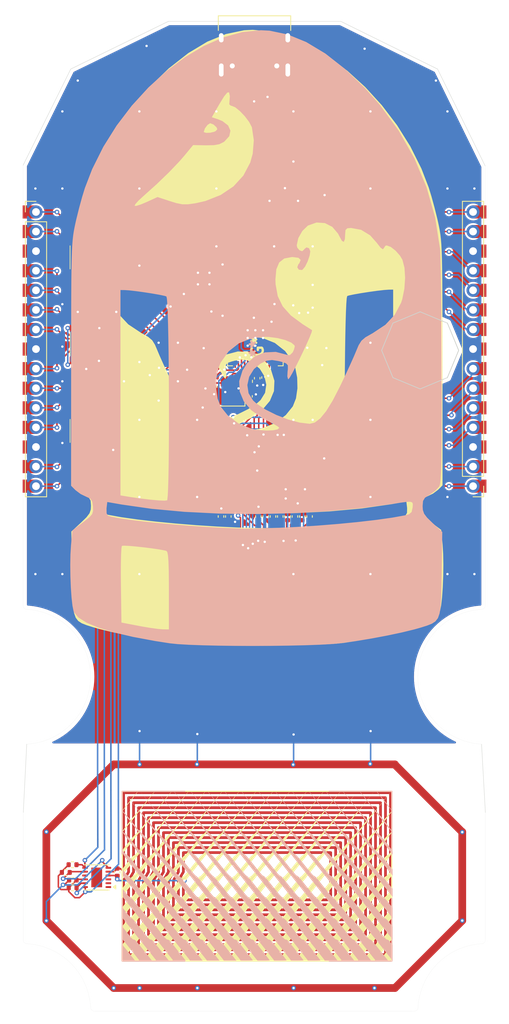
<source format=kicad_pcb>
(kicad_pcb (version 20241229) (generator "pcbnew") (generator_version "9.0")
  (layers (0 "F.Cu" signal) (2 "B.Cu" signal) (13 "F.Paste" user) (15 "B.Paste" user) (5 "F.SilkS" user "F.Silkscreen") (7 "B.SilkS" user "B.Silkscreen") (1 "F.Mask" user) (3 "B.Mask" user) (25 "Edge.Cuts" user))
  (net 0 "")
  (net 1 "+5V")
  (net 2 "GND")
  (net 3 "+3V3")
  (net 4 "+1V1")
  (net 5 "/XIN")
  (net 6 "Net-(C15-Pad2)")
  (net 7 "Net-(U5-VGL{slash}NC)")
  (net 8 "Net-(U5-VSH2)")
  (net 9 "Net-(U5-VDD)")
  (net 10 "Net-(U5-VPP)")
  (net 11 "Net-(U5-VSH1)")
  (net 12 "/PREVGH")
  (net 13 "Net-(U5-VSL)")
  (net 14 "/PREVGL")
  (net 15 "Net-(U5-VCOM)")
  (net 16 "Net-(D3-K)")
  (net 17 "Net-(D2-A)")
  (net 18 "Net-(D1-A)")
  (net 20 "/USB_D-")
  (net 21 "/USB_D+")
  (net 22 "Net-(J1-CC2)")
  (net 23 "Net-(J1-CC1)")
  (net 25 "/RESE")
  (net 26 "/GDR")
  (net 27 "Net-(U1-USB_DP)")
  (net 28 "/D+")
  (net 29 "/D-")
  (net 30 "Net-(U1-USB_DM)")
  (net 31 "/RESET")
  (net 32 "/XOUT")
  (net 33 "/QSPI_SS")
  (net 34 "Net-(R9-Pad1)")
  (net 35 "/NFC_SDA")
  (net 36 "/NFC_SCL")
  (net 37 "/NFC_GPO")
  (net 38 "/GPIO10")
  (net 39 "/EPD_MOSI")
  (net 40 "/EPD_CS")
  (net 42 "/GPIO29")
  (net 43 "/GPIO28")
  (net 44 "/QSPI_SD3")
  (net 45 "/GPIO21")
  (net 46 "/EPD_SCK")
  (net 47 "/GPIO24")
  (net 49 "/EPD_DC")
  (net 50 "/QSPI_SD0")
  (net 51 "/GPIO22")
  (net 52 "/GPIO25")
  (net 53 "/GPIO20")
  (net 54 "/GPIO27")
  (net 55 "/QSPI_SD1")
  (net 56 "/QSPI_SCK")
  (net 57 "/GPIO23")
  (net 58 "/EPD_RST")
  (net 59 "/EPD_BUSY")
  (net 60 "/GPIO26")
  (net 61 "/QSPI_SD2")
  (net 68 "Net-(U6-AC0)")
  (net 69 "Net-(U6-AC1)")
  (net 72 "/GPIO3")
  (net 73 "/GPIO6")
  (net 74 "/GPIO7")
  (net 75 "/GPIO4")
  (net 76 "/GPIO2")
  (net 77 "/GPIO1")
  (net 78 "/GPIO9")
  (net 79 "Net-(U1-GPIO0)")
  (net 80 "/GPIO5")
  (net 81 "/GPIO8")
  (footprint "Capacitor_SMD:C_0402_1005Metric" (layer "F.Cu") (at 168.931004 89.55629 -90)
    (property "Reference" "C26" (hide yes))
    (property "Value" "1uF")
  )
  (footprint "Capacitor_SMD:C_0402_1005Metric" (layer "F.Cu") (at 161.933004 60.145286 90)
    (property "Reference" "C9" (hide yes))
    (property "Value" "0.1uF")
  )
  (footprint "Capacitor_SMD:C_0402_1005Metric" (layer "F.Cu") (at 166.231004 61.05629)
    (property "Reference" "C3" (hide yes))
    (property "Value" "1uF")
  )
  (footprint "PICS:LINE3" (layer "F.Cu") (at 162.04 136.23)
    (property "Reference" "G***" (hide yes))
    (property "Value" "LOGO" (hide yes))
  )
  (footprint "LED_SMD:LED_0805_2012Metric" (layer "F.Cu") (at 168.133004 31.087786 -90)
    (property "Reference" "D1" (hide yes))
    (property "Value" "KT-0805G")
  )
  (footprint "Resistor_SMD:R_0402_1005Metric" (layer "F.Cu") (at 161.133004 72.025286 90)
    (property "Reference" "R6" (hide yes))
    (property "Value" "1K")
  )
  (footprint "Diode_SMD:D_SOD-123" (layer "F.Cu") (at 165.833004 86.175286 90)
    (property "Reference" "D2" (hide yes))
    (property "Value" "MBR0530")
  )
  (footprint "Capacitor_SMD:C_0402_1005Metric" (layer "F.Cu") (at 159.075504 55.65629)
    (property "Reference" "C16" (hide yes))
    (property "Value" "0.1uF")
  )
  (footprint "Capacitor_SMD:C_0402_1005Metric" (layer "F.Cu") (at 156.128004 67.650286 180)
    (property "Reference" "C7" (hide yes))
    (property "Value" "0.1uF")
  )
  (footprint "Capacitor_SMD:C_0402_1005Metric" (layer "F.Cu") (at 138.187294 136.715286)
    (property "Reference" "C29" (hide yes))
    (property "Value" "0.1uF")
  )
  (footprint "Resistor_SMD:R_0402_1005Metric" (layer "F.Cu") (at 138.748004 70.38379 180)
    (property "Reference" "R5" (hide yes))
    (property "Value" "10K")
  )
  (footprint "Inductor_SMD:L_Changjiang_FNR6028S" (layer "F.Cu") (at 161.333004 85.300286)
    (property "Reference" "L2")
    (property "Value" "68uH")
  )
  (footprint "Resistor_SMD:R_0402_1005Metric" (layer "F.Cu") (at 159.509502 34.935286 -90)
    (property "Reference" "R2" (hide yes))
    (property "Value" "5.1K")
  )
  (footprint "Resistor_SMD:R_0402_1005Metric" (layer "F.Cu") (at 138.167294 137.715286)
    (property "Reference" "R14" (hide yes))
    (property "Value" "10K")
  )
  (footprint "PICS:bill2" (layer "F.Cu") (at 162.18 66.42 -90)
    (property "Reference" "G***")
    (property "Value" "LOGO" (hide yes))
  )
  (footprint "Capacitor_SMD:C_0402_1005Metric" (layer "F.Cu") (at 161.133004 73.975286 90)
    (property "Reference" "C15" (hide yes))
    (property "Value" "33pF")
  )
  (footprint "kai's library:PinHeader_PAD_1x15_P2.54mm_Vertical" (layer "F.Cu") (at 190.158004 85.622915 180)
    (property "Reference" "J3" (hide yes))
    (property "Value" "Conn_01x15")
  )
  (footprint "Connector_USB:USB_C_Receptacle_HRO_TYPE-C-31-M-12" (layer "F.Cu") (at 161.783004 28.525286 180)
    (property "Reference" "J1" (hide yes))
    (property "Value" "USB_C_Receptacle_USB2.0_16P")
  )
  (footprint "kai's library:SW_Push_SPST_TSA016" (layer "F.Cu") (at 139.333004 55.95379 -90)
    (property "Reference" "SW3" (hide yes))
    (property "Value" "TSA016A2526B")
  )
  (footprint "Capacitor_SMD:C_0402_1005Metric" (layer "F.Cu") (at 167.031004 89.55629 -90)
    (property "Reference" "C24" (hide yes))
    (property "Value" "1uF")
  )
  (footprint "Capacitor_SMD:C_0402_1005Metric" (layer "F.Cu") (at 167.683004 67.675286)
    (property "Reference" "C4" (hide yes))
    (property "Value" "0.1uF")
  )
  (footprint "Capacitor_SMD:C_0402_1005Metric" (layer "F.Cu") (at 166.581004 62.95629)
    (property "Reference" "C6" (hide yes))
    (property "Value" "0.1uF")
  )
  (footprint "Diode_SMD:D_SOD-123" (layer "F.Cu") (at 170.583004 86.175286 90)
    (property "Reference" "D4" (hide yes))
    (property "Value" "MBR0530")
  )
  (footprint "Package_TO_SOT_SMD:SOT-223-3_TabPin2" (layer "F.Cu") (at 166.783004 54.05629 -90)
    (property "Reference" "U3" (hide yes))
    (property "Value" "NCP1117ST33T3G")
  )
  (footprint "Capacitor_SMD:C_0402_1005Metric" (layer "F.Cu") (at 158.381004 89.55629 -90)
    (property "Reference" "C18" (hide yes))
    (property "Value" "1uF")
  )
  (footprint "Package_DFN_QFN:QFN-56-1EP_7x7mm_P0.4mm_EP3.2x3.2mm" (layer "F.Cu") (at 161.892006 66.40629)
    (property "Reference" "U1" (hide yes))
    (property "Value" "RP2040")
  )
  (footprint "Capacitor_SMD:C_0402_1005Metric" (layer "F.Cu") (at 164.831004 60.62629 90)
    (property "Reference" "C12" (hide yes))
    (property "Value" "0.1uF")
  )
  (footprint "kai's library:PinHeader_PAD_1x15_P2.54mm_Vertical" (layer "F.Cu") (at 133.408004 50.06526)
    (property "Reference" "J2" (hide yes))
    (property "Value" "Conn_01x15")
  )
  (footprint "nfc:25x35mm-NFC" (layer "F.Cu") (at 179.609794 125.205336 -90)
    (property "Reference" "L1" (hide yes))
    (property "Value" "NFC Antenna")
  )
  (footprint "Capacitor_SMD:C_0402_1005Metric" (layer "F.Cu") (at 157.431004 89.55629 -90)
    (property "Reference" "C17" (hide yes))
    (property "Value" "1uF")
  )
  (footprint "Capacitor_SMD:C_0402_1005Metric" (layer "F.Cu") (at 162.133004 71.625286 -90)
    (property "Reference" "C5" (hide yes))
    (property "Value" "0.1uF")
  )
  (footprint "Package_TO_SOT_SMD:SOT-23" (layer "F.Cu") (at 165.283004 81.112786 -90)
    (property "Reference" "Q2" (hide yes))
    (property "Value" "IRLML2060")
  )
  (footprint "Resistor_SMD:R_0402_1005Metric" (layer "F.Cu") (at 168.133004 33.337786 180)
    (property "Reference" "R7" (hide yes))
    (property "Value" "220")
  )
  (footprint "Capacitor_SMD:C_0402_1005Metric" (layer "F.Cu") (at 162.281004 89.55629 -90)
    (property "Reference" "C19" (hide yes))
    (property "Value" "1uF")
  )
  (footprint "Crystal:Crystal_SMD_3225-4Pin_3.2x2.5mm" (layer "F.Cu") (at 158.833004 73.175286 90)
    (property "Reference" "Y1" (hide yes))
    (property "Value" "12MHz")
  )
  (footprint "Package_SO:SOIC-8_5.3x5.3mm_P1.27mm" (layer "F.Cu") (at 155.195504 58.65629)
    (property "Reference" "U4" (hide yes))
    (property "Value" "W25Q32JVSS")
  )
  (footprint "Capacitor_SMD:C_0603_1608Metric" (layer "F.Cu") (at 168.558004 83.025286 180)
    (property "Reference" "C27" (hide yes))
    (property "Value" "4.7uF")
  )
  (footprint "Capacitor_SMD:C_0402_1005Metric" (layer "F.Cu") (at 165.131004 89.55629 -90)
    (property "Reference" "C22" (hide yes))
    (property "Value" "1uF")
  )
  (footprint "Diode_SMD:D_SOD-123" (layer "F.Cu") (at 168.183004 86.175286 -90)
    (property "Reference" "D3" (hide yes))
    (property "Value" "MBR0530")
  )
  (footprint "Capacitor_SMD:C_0402_1005Metric" (layer "F.Cu") (at 157.181004 62.95629 180)
    (property "Reference" "C8" (hide yes))
    (property "Value" "0.1uF")
  )
  (footprint "Capacitor_SMD:C_0603_1608Metric" (layer "F.Cu") (at 159.633004 80.525286 -90)
    (property "Reference" "C28" (hide yes))
    (property "Value" "4.7uF")
  )
  (footprint "Package_TO_SOT_SMD:SOT-23-6" (layer "F.Cu") (at 161.722002 36.035286 -90)
    (property "Reference" "U2" (hide yes))
    (property "Value" "USBLC6-2SC6")
  )
  (footprint "kai's library:SW_Push_SPST_TSA016" (layer "F.Cu") (at 139.333004 67.20879 -90)
    (property "Reference" "SW1" (hide yes))
    (property "Value" "TSA016A2526B")
  )
  (footprint "Resistor_SMD:R_0402_1005Metric" (layer "F.Cu") (at 162.881004 60.80629 -90)
    (property "Reference" "R3" (hide yes))
    (property "Value" "22")
  )
  (footprint "Capacitor_SMD:C_0402_1005Metric" (layer "F.Cu") (at 143.957294 135.685286 -90)
    (property "Reference" "C30" (hide yes))
    (property "Value" "33pF")
  )
  (footprint "kai's library:LCSC_1x24-1MP_P0.5mm_Horizontal" (layer "F.Cu") (at 161.704506 94.52529)
    (property "Reference" "U5" (hide yes))
    (property "Value" "Conn")
  )
  (footprint "Capacitor_SMD:C_0402_1005Metric" (layer "F.Cu") (at 167.981004 89.55629 -90)
    (property "Reference" "C25" (hide yes))
    (property "Value" "1uF")
  )
  (footprint "Resistor_SMD:R_0402_1005Metric" (layer "F.Cu") (at 138.793004 81.625286)
    (property "Reference" "R9" (hide yes))
    (property "Value" "1K")
  )
  (footprint "Capacitor_SMD:C_0402_1005Metric" (layer "F.Cu") (at 166.081004 89.55629 -90)
    (property "Reference" "C23" (hide yes))
    (property "Value" "1uF")
  )
  (footprint "Resistor_SMD:R_0402_1005Metric" (layer "F.Cu") (at 151.295504 55.60629 180)
    (property "Reference" "R8" (hide yes))
    (property "Value" "10K")
  )
  (footprint "Capacitor_SMD:C_0402_1005Metric" (layer "F.Cu") (at 165.811004 62.00629)
    (property "Reference" "C10" (hide yes))
    (property "Value" "0.1uF")
  )
  (footprint "Resistor_SMD:R_0402_1005Metric" (layer "F.Cu") (at 137.277294 135.715286)
    (property "Reference" "R13" (hide yes))
    (property "Value" "10K")
  )
  (footprint "Resistor_SMD:R_0402_1005Metric" (layer "F.Cu") (at 138.157294 134.715286)
    (property "Reference" "R10" (hide yes))
    (property "Value" "10K")
  )
  (footprint "Capacitor_SMD:C_0402_1005Metric" (layer "F.Cu") (at 163.081004 71.53629 -90)
    (property "Reference" "C11" (hide yes))
    (property "Value" "1uF")
  )
  (footprint "Capacitor_SMD:C_0402_1005Metric" (layer "F.Cu") (at 156.535004 72.724282 90)
    (property "Reference" "C14" (hide yes))
    (property "Value" "33pF")
  )
  (footprint "Capacitor_SMD:C_0402_1005Metric" (layer "F.Cu") (at 163.231004 89.55629 -90)
    (property "Reference" "C20" (hide yes))
    (property "Value" "1uF")
  )
  (footprint "Capacitor_SMD:C_0402_1005Metric" (layer "F.Cu") (at 164.181004 89.55629 -90)
    (property "Reference" "C21" (hide yes))
    (property "Value" "1uF")
  )
  (footprint "Resistor_SMD:R_0402_1005Metric" (layer "F.Cu") (at 166.233004 78.190286 90)
    (property "Reference" "R11" (hide yes))
    (property "Value" "10K")
  )
  (footprint "kai's library:SW_Push_SPST_TSA016" (layer "F.Cu") (at 139.333004 78.45879 -90)
    (property "Reference" "SW2" (hide yes))
    (property "Value" "TSA016A2526B")
  )
  (footprint "Resistor_SMD:R_0402_1005Metric" (layer "F.Cu") (at 163.881004 60.80629 -90)
    (property "Reference" "R4" (hide yes))
    (property "Value" "22")
  )
  (footprint "Capacitor_SMD:C_0805_2012Metric" (layer "F.Cu") (at 167.131004 59.50629)
    (property "Reference" "C2" (hide yes))
    (property "Value" "10uF")
  )
  (footprint "Capacitor_SMD:C_0805_2012Metric" (layer "F.Cu") (at 165.783004 48.60629)
    (property "Reference" "C1" (hide yes))
    (property "Value" "10uF")
  )
  (footprint "Package_DFN_QFN:ST_UFDFPN-12-1EP_3x3mm_P0.5mm_EP1.4x2.55mm" (layer "F.Cu") (at 141.294794 136.365286 180)
    (property "Reference" "U6" (hide yes))
    (property "Value" "ST25DV04K-JFR6D3")
  )
  (footprint "Resistor_SMD:R_0402_1005Metric" (layer "F.Cu") (at 163.909502 34.935286 -90)
    (property "Reference" "R1" (hide yes))
    (property "Value" "5.1K")
  )
  (footprint "Capacitor_SMD:C_0402_1005Metric" (layer "F.Cu") (at 160.983004 59.795286 90)
    (property "Reference" "C13" (hide yes))
    (property "Value" "0.1uF")
  )
  (footprint "Resistor_SMD:R_0402_1005Metric" (layer "F.Cu") (at 164.333004 78.200286 90)
    (property "Reference" "R12" (hide yes))
    (property "Value" "0.47")
  )
  (footprint "PICS:bill2" (layer "B.Cu") (at 161.982923 66.475248 -90)
    (property "Reference" "G***")
    (property "Value" "LOGO" (hide yes))
  )
  (footprint "PICS:LINE3" (layer "B.Cu") (at 162.18 136.16 180)
    (property "Reference" "G***" (hide yes))
    (property "Value" "LOGO" (hide yes))
  )
  (gr_line (start 180.017745 121.705336) (end 143.492446 121.705336) (stroke (width 1)) (layer "F.Cu") (net 2))
  (gr_line (start 180.013846 150.705336) (end 143.496545 150.705336) (stroke (width 1)) (layer "F.Cu") (net 2))
  (gr_line (start 134.757145 130.444736) (end 134.757145 141.970035) (stroke (width 1)) (layer "F.Cu") (net 2))
  (gr_line (start 134.757145 141.970035) (end 143.496545 150.705336) (stroke (width 1)) (layer "F.Cu") (net 2))
  (gr_line (start 188.757145 130.448758) (end 188.757145 141.965936) (stroke (width 1)) (layer "F.Cu") (net 2))
  (gr_line (start 141.408004 123.050286) (end 141.432294 131.410286) (stroke (width 0.2)) (layer "B.Cu") (net 35))
  (gr_line (start 144.132294 134.660286) (end 144.108004 126.300286) (stroke (width 0.2)) (layer "B.Cu") (net 3))
  (gr_line (start 142.283004 124.425286) (end 142.307294 132.785286) (stroke (width 0.2)) (layer "B.Cu") (net 36))
  (gr_line (start 143.133004 125.075286) (end 143.157294 133.435286) (stroke (width 0.2)) (layer "B.Cu") (net 37))
  (gr_line (start 183.290237 63.013763) (end 186.825771 64.478229) (stroke (width 0.1)) (layer "Edge.Cuts"))
  (gr_line (start 191.735184 44.099435) (end 185.548004 31.530108) (stroke (width 0.05)) (layer "Edge.Cuts"))
  (gr_line (start 150.605143 25.342836) (end 172.978675 25.342926) (stroke (width 0.05)) (layer "Edge.Cuts"))
  (gr_line (start 178.290237 68.013763) (end 179.754703 71.549297) (stroke (width 0.1)) (layer "Edge.Cuts"))
  (gr_arc (start 132.232449 144.965718) (mid 137.946658 147.515738) (end 140.496684 153.229953) (stroke (width 0.01)) (layer "Edge.Cuts"))
  (gr_arc (start 191.735186 101.106426) (mid 191.59816 101.450294) (end 191.262213 101.605718) (stroke (width 0.01)) (layer "Edge.Cuts"))
  (gr_arc (start 132.208159 101.605718) (mid 140.485186 110.342926) (end 132.208159 119.080134) (stroke (width 0.01)) (layer "Edge.Cuts"))
  (gr_line (start 191.735184 44.099435) (end 191.735186 101.106426) (stroke (width 0.01)) (layer "Edge.Cuts"))
  (gr_line (start 183.290237 63.013763) (end 179.754703 64.478229) (stroke (width 0.1)) (layer "Edge.Cuts"))
  (gr_arc (start 132.232449 144.965718) (mid 131.89809 144.812003) (end 131.759476 144.471116) (stroke (width 0.01)) (layer "Edge.Cuts"))
  (gr_line (start 186.825771 71.549296) (end 183.290237 73.013763) (stroke (width 0.1)) (layer "Edge.Cuts"))
  (gr_line (start 178.290237 68.013763) (end 179.754703 64.478229) (stroke (width 0.1)) (layer "Edge.Cuts"))
  (gr_arc (start 183.022268 153.229953) (mid 185.572284 147.515745) (end 191.286503 144.965718) (stroke (width 0.01)) (layer "Edge.Cuts"))
  (gr_line (start 179.754703 71.549297) (end 183.290237 73.013763) (stroke (width 0.1)) (layer "Edge.Cuts"))
  (gr_line (start 186.82577 71.549296) (end 188.290237 68.013763) (stroke (width 0.1)) (layer "Edge.Cuts"))
  (gr_line (start 186.825771 64.478229) (end 188.290237 68.013763) (stroke (width 0.1)) (layer "Edge.Cuts"))
  (gr_line (start 172.978675 25.342926) (end 185.548004 31.530108) (stroke (width 0.05)) (layer "Edge.Cuts"))
  (gr_arc (start 191.262213 119.080134) (mid 182.985186 110.342926) (end 191.262213 101.605718) (stroke (width 0.01)) (layer "Edge.Cuts"))
  (gr_line (start 132.208159 119.080133) (end 131.759476 127.939426) (stroke (width 0.05)) (layer "Edge.Cuts"))
  (gr_line (start 131.735104 44.005996) (end 137.922356 31.530081) (stroke (width 0.05)) (layer "Edge.Cuts"))
  (gr_line (start 191.759476 127.944221) (end 191.759476 144.466426) (stroke (width 0.01)) (layer "Edge.Cuts"))
  (gr_line (start 131.759476 127.939426) (end 131.759476 144.471116) (stroke (width 0.01)) (layer "Edge.Cuts"))
  (gr_arc (start 132.208159 101.605718) (mid 131.8738 101.452003) (end 131.735186 101.111116) (stroke (width 0.01)) (layer "Edge.Cuts"))
  (gr_line (start 131.735104 44.005996) (end 131.735186 101.111116) (stroke (width 0.01)) (layer "Edge.Cuts"))
  (gr_line (start 137.92235 31.530081) (end 150.605143 25.342836) (stroke (width 0.05)) (layer "Edge.Cuts"))
  (gr_line (start 191.262213 119.080133) (end 191.759476 127.944221) (stroke (width 0.05)) (layer "Edge.Cuts"))
  (gr_line (start 182.518286 153.702926) (end 140.995976 153.702926) (stroke (width 0.01)) (layer "Edge.Cuts"))
  (gr_arc (start 191.759476 144.466426) (mid 191.62245 144.810294) (end 191.286503 144.965718) (stroke (width 0.01)) (layer "Edge.Cuts"))
  (gr_arc (start 183.022268 153.229953) (mid 182.865144 153.567539) (end 182.518286 153.702926) (stroke (width 0.01)) (layer "Edge.Cuts"))
  (gr_arc (start 140.995976 153.702926) (mid 140.652108 153.565905) (end 140.496684 153.229953) (stroke (width 0.01)) (layer "Edge.Cuts"))
  (gr_text "BOOT" (at 141.433004 77.394504 270) (layer "F.SilkS") (effects (font (size 0.5 0.5) (thickness 0.1) (bold yes)) (justify left bottom)))
  (gr_text "USER" (at 141.433004 54.8776 270) (layer "F.SilkS") (effects (font (size 0.5 0.5) (thickness 0.1) (bold yes)) (justify left bottom)))
  (gr_text "RESET" (at 141.433004 65.977838 270) (layer "F.SilkS") (effects (font (size 0.5 0.5) (thickness 0.1) (bold yes)) (justify left bottom)))
  (segment (start 136.133004 50.075286) (end 139.632004 53.574286) (width 0.2) (layer "F.Cu") (net 1))
  (segment (start 163.025574 30.575286) (end 164.233004 31.782716) (width 0.4) (layer "F.Cu") (net 1))
  (segment (start 169.333004 62.475286) (end 170.883004 60.925286) (width 0.2) (layer "F.Cu") (net 1))
  (segment (start 164.833004 34.125606) (end 164.833004 36.175286) (width 0.6) (layer "F.Cu") (net 1))
  (segment (start 165.733004 46.975286) (end 164.883004 46.975286) (width 0.2) (layer "F.Cu") (net 1))
  (segment (start 158.888502 34.105946) (end 159.140162 33.854286) (width 0.2) (layer "F.Cu") (net 1))
  (segment (start 159.333004 32.570286) (end 159.333004 31.782716) (width 0.4) (layer "F.Cu") (net 1))
  (segment (start 159.333004 36.016286) (end 159.140162 36.016286) (width 0.2) (layer "F.Cu") (net 1))
  (segment (start 162.365034 36.175286) (end 164.833004 36.175286) (width 0.2) (layer "F.Cu") (net 1))
  (segment (start 159.333004 33.854286) (end 159.333004 32.570286) (width 0.2) (layer "F.Cu") (net 1))
  (segment (start 164.833004 48.60629) (end 164.833004 50.55629) (width 0.6) (layer "F.Cu") (net 1))
  (segment (start 158.888502 35.125946) (end 159.079162 34.935286) (width 0.2) (layer "F.Cu") (net 1))
  (segment (start 155.777294 53.575286) (end 159.333004 50.019576) (width 0.2) (layer "F.Cu") (net 1))
  (segment (start 170.883004 60.925286) (end 170.883004 47.875286) (width 0.2) (layer "F.Cu") (net 1))
  (segment (start 170.573004 69.925286) (end 170.883004 69.925286) (width 0.2) (layer "F.Cu") (net 1))
  (segment (start 158.888502 34.744626) (end 158.888502 34.105946) (width 0.2) (layer "F.Cu") (net 1))
  (segment (start 140.928158 53.05279) (end 141.184004 53.308636) (width 0.2) (layer "F.Cu") (net 1))
  (segment (start 161.722002 36.818318) (end 162.365034 36.175286) (width 0.2) (layer "F.Cu") (net 1))
  (segment (start 141.184004 53.308636) (end 141.184004 53.575286) (width 0.2) (layer "F.Cu") (net 1))
  (segment (start 164.883004 46.975286) (end 164.833004 46.925286) (width 0.2) (layer "F.Cu") (net 1))
  (segment (start 170.883004 69.925286) (end 186.580633 85.622915) (width 0.2) (layer "F.Cu") (net 1))
  (segment (start 139.88785 53.05279) (end 140.928158 53.05279) (width 0.2) (layer "F.Cu") (net 1))
  (segment (start 187.030633 85.622915) (end 187.033004 85.625286) (width 0.2) (layer "F.Cu") (net 1))
  (segment (start 164.233004 32.570286) (end 164.233004 33.525606) (width 0.6) (layer "F.Cu") (net 1))
  (segment (start 159.079162 34.935286) (end 158.888502 34.744626) (width 0.2) (layer "F.Cu") (net 1))
  (segment (start 141.184004 53.575286) (end 155.777294 53.575286) (width 0.2) (layer "F.Cu") (net 1))
  (segment (start 159.140162 33.854286) (end 159.333004 33.854286) (width 0.2) (layer "F.Cu") (net 1))
  (segment (start 164.833004 50.55629) (end 164.483004 50.90629) (width 0.6) (layer "F.Cu") (net 1))
  (segment (start 139.632004 53.308636) (end 139.88785 53.05279) (width 0.2) (layer "F.Cu") (net 1))
  (segment (start 139.632004 53.574286) (end 139.632004 53.308636) (width 0.2) (layer "F.Cu") (net 1))
  (segment (start 158.888502 35.764626) (end 158.888502 35.125946) (width 0.2) (layer "F.Cu") (net 1))
  (segment (start 186.580633 85.622915) (end 187.030633 85.622915) (width 0.2) (layer "F.Cu") (net 1))
  (segment (start 160.540434 30.575286) (end 163.025574 30.575286) (width 0.4) (layer "F.Cu") (net 1))
  (segment (start 159.140162 36.016286) (end 158.888502 35.764626) (width 0.2) (layer "F.Cu") (net 1))
  (segment (start 164.833004 46.925286) (end 164.833004 48.60629) (width 0.6) (layer "F.Cu") (net 1))
  (segment (start 159.333004 50.019576) (end 159.333004 36.016286) (width 0.2) (layer "F.Cu") (net 1))
  (segment (start 161.722002 37.172786) (end 161.722002 36.818318) (width 0.2) (layer "F.Cu") (net 1))
  (segment (start 164.833004 36.175286) (end 164.833004 46.925286) (width 0.6) (layer "F.Cu") (net 1))
  (segment (start 164.233004 31.782716) (end 164.233004 32.570286) (width 0.4) (layer "F.Cu") (net 1))
  (segment (start 164.233004 33.525606) (end 164.833004 34.125606) (width 0.6) (layer "F.Cu") (net 1))
  (segment (start 159.333004 31.782716) (end 160.540434 30.575286) (width 0.4) (layer "F.Cu") (net 1))
  (via (at 136.133004 50.075286) (size 0.6) (drill 0.3) (layers "F.Cu" "B.Cu") (net 1))
  (via (at 170.883004 47.875286) (size 0.6) (drill 0.3) (layers "F.Cu" "B.Cu") (net 1))
  (via (at 169.333004 62.475286) (size 0.6) (drill 0.3) (layers "F.Cu" "B.Cu") (net 1))
  (via (at 165.733004 46.975286) (size 0.6) (drill 0.3) (layers "F.Cu" "B.Cu") (net 1))
  (via (at 187.033004 85.625286) (size 0.6) (drill 0.3) (layers "F.Cu" "B.Cu") (net 1))
  (via (at 170.573004 69.925286) (size 0.6) (drill 0.3) (layers "F.Cu" "B.Cu") (net 1))
  (segment (start 170.573004 69.925286) (end 171.123004 69.925286) (width 0.2) (layer "B.Cu") (net 1))
  (segment (start 187.033004 85.625286) (end 187.035375 85.622915) (width 0.2) (layer "B.Cu") (net 1))
  (segment (start 172.083004 68.965286) (end 172.083004 67.025286) (width 0.2) (layer "B.Cu") (net 1))
  (segment (start 172.083004 67.025286) (end 169.333004 64.275286) (width 0.2) (layer "B.Cu") (net 1))
  (segment (start 187.283004 85.625286) (end 187.033004 85.625286) (width 0.2) (layer "B.Cu") (net 1))
  (segment (start 169.333004 64.275286) (end 169.333004 62.475286) (width 0.2) (layer "B.Cu") (net 1))
  (segment (start 171.123004 69.925286) (end 172.083004 68.965286) (width 0.2) (layer "B.Cu") (net 1))
  (segment (start 169.983004 46.975286) (end 165.733004 46.975286) (width 0.2) (layer "B.Cu") (net 1))
  (segment (start 133.525209 50.06526) (end 136.122978 50.06526) (width 0.2) (layer "B.Cu") (net 1))
  (segment (start 187.035375 85.622915) (end 189.945209 85.622915) (width 0.2) (layer "B.Cu") (net 1))
  (segment (start 170.883004 47.875286) (end 169.983004 46.975286) (width 0.2) (layer "B.Cu") (net 1))
  (segment (start 136.122978 50.06526) (end 136.133004 50.075286) (width 0.2) (layer "B.Cu") (net 1))
  (segment (start 166.733004 48.60629) (end 167.414008 48.60629) (width 0.2) (layer "F.Cu") (net 2))
  (segment (start 166.857294 121.685286) (end 166.807294 121.735286) (width 0.2) (layer "F.Cu") (net 2))
  (segment (start 142.007294 134.135286) (end 142.007294 134.315286) (width 0.2) (layer "F.Cu") (net 2))
  (segment (start 155.258004 67.650286) (end 155.183004 67.725286) (width 0.2) (layer "F.Cu") (net 2))
  (segment (start 142.007294 134.315286) (end 142.807294 135.115286) (width 0.2) (layer "F.Cu") (net 2))
  (segment (start 156.701004 62.95629) (end 156.202 62.95629) (width 0.2) (layer "F.Cu") (net 2))
  (segment (start 163.081004 72.01629) (end 163.081004 72.32531) (width 0.2) (layer "F.Cu") (net 2))
  (segment (start 161.722002 34.897786) (end 161.722002 35.714284) (width 0.2) (layer "F.Cu") (net 2))
  (segment (start 166.642844 62.00629) (end 166.810448 62.173894) (width 0.2) (layer "F.Cu") (net 2))
  (segment (start 161.133004 74.455286) (end 161.222024 74.455286) (width 0.2) (layer "F.Cu") (net 2))
  (segment (start 157.431004 88.558202) (end 157.470425 88.518781) (width 0.2) (layer "F.Cu") (net 2))
  (segment (start 154.357294 121.635286) (end 154.307294 121.685286) (width 0.2) (layer "F.Cu") (net 2))
  (segment (start 137.707294 136.715286) (end 137.087511 137.335069) (width 0.2) (layer "F.Cu") (net 2))
  (segment (start 156.535004 73.204282) (end 156.535004 73.694282) (width 0.2) (layer "F.Cu") (net 2))
  (segment (start 167.364008 62.95629) (end 167.583004 63.175286) (width 0.2) (layer "F.Cu") (net 2))
  (segment (start 163.909502 35.445286) (end 163.771502 35.445286) (width 0.2) (layer "F.Cu") (net 2))
  (segment (start 168.163004 67.675286) (end 168.633004 67.675286) (width 0.2) (layer "F.Cu") (net 2))
  (segment (start 166.291004 62.00629) (end 166.642844 62.00629) (width 0.2) (layer "F.Cu") (net 2))
  (segment (start 156.202 62.95629) (end 156.183004 62.975286) (width 0.2) (layer "F.Cu") (net 2))
  (segment (start 162.133004 72.105286) (end 162.133004 72.575286) (width 0.2) (layer "F.Cu") (net 2))
  (segment (start 159.683004 72.917282) (end 159.710004 72.944282) (width 0.2) (layer "F.Cu") (net 2))
  (segment (start 143.492446 121.709435) (end 134.757145 130.444736) (width 1) (layer "F.Cu") (net 2))
  (segment (start 161.257023 68.907161) (end 160.892006 69.272178) (width 0.2) (layer "F.Cu") (net 2))
  (segment (start 180.017745 121.705336) (end 180.017745 121.746035) (width 1) (layer "F.Cu") (net 2))
  (segment (start 161.722002 35.714284) (end 161.733004 35.725286) (width 0.2) (layer "F.Cu") (net 2))
  (segment (start 163.081004 72.32531) (end 162.907016 72.499298) (width 0.2) (layer "F.Cu") (net 2))
  (segment (start 137.087511 137.335069) (end 136.915876 137.335069) (width 0.2) (layer "F.Cu") (net 2))
  (segment (start 151.608004 60.56129) (end 152.470478 60.56129) (width 0.2) (layer "F.Cu") (net 2))
  (segment (start 152.470478 60.56129) (end 152.608739 60.699551) (width 0.2) (layer "F.Cu") (net 2))
  (segment (start 161.222024 74.455286) (end 161.959016 73.718294) (width 0.2) (layer "F.Cu") (net 2))
  (segment (start 167.061004 62.95629) (end 167.364008 62.95629) (width 0.2) (layer "F.Cu") (net 2))
  (segment (start 157.983004 73.421282) (end 157.985004 73.419282) (width 0.2) (layer "F.Cu") (net 2))
  (segment (start 161.376446 68.907161) (end 161.257023 68.907161) (width 0.2) (layer "F.Cu") (net 2))
  (segment (start 180.017745 150.705336) (end 180.013846 150.705336) (width 1) (layer "F.Cu") (net 2))
  (segment (start 188.757145 141.965936) (end 180.017745 150.705336) (width 1) (layer "F.Cu") (net 2))
  (segment (start 167.414008 48.60629) (end 167.433004 48.625286) (width 0.2) (layer "F.Cu") (net 2))
  (segment (start 180.017745 121.746035) (end 188.757145 130.485435) (width 1) (layer "F.Cu") (net 2))
  (segment (start 155.648004 67.650286) (end 155.258004 67.650286) (width 0.2) (layer "F.Cu") (net 2))
  (segment (start 176.857294 121.585286) (end 176.807294 121.635286) (width 0.2) (layer "F.Cu") (net 2))
  (segment (start 157.431004 89.07629) (end 157.431004 88.558202) (width 0.2) (layer "F.Cu") (net 2))
  (segment (start 143.492446 121.705336) (end 143.492446 121.709435) (width 1) (layer "F.Cu") (net 2))
  (segment (start 163.771502 35.445286) (end 163.472002 35.145786) (width 0.2) (layer "F.Cu") (net 2))
  (segment (start 157.983004 74.275286) (end 157.983004 73.421282) (width 0.2) (layer "F.Cu") (net 2))
  (segment (start 160.892006 69.272178) (end 160.892006 69.84379) (width 0.2) (layer "F.Cu") (net 2))
  (segment (start 159.683004 72.075286) (end 159.683004 72.917282) (width 0.2) (layer "F.Cu") (net 2))
  (via (at 162.892006 65.40629) (size 0.6) (drill 0.3) (layers "F.Cu" "B.Cu") (net 2))
  (via (at 144.833004 72.025286) (size 0.6) (drill 0.3) (layers "F.Cu" "B.Cu") (net 2))
  (via (at 188.757145 130.485435) (size 0.6) (drill 0.3) (layers "F.Cu" "B.Cu") (net 2))
  (via (at 154.357294 150.705336) (size 0.6) (drill 0.3) (layers "F.Cu" "B.Cu") (net 2))
  (via (at 133.333004 47.025286) (size 0.6) (drill 0.3) (layers "F.Cu" "B.Cu") (net 2))
  (via (at 185.333004 33.025286) (size 0.6) (drill 0.3) (layers "F.Cu" "B.Cu") (net 2))
  (via (at 146.857294 150.705336) (size 0.6) (drill 0.3) (layers "F.Cu" "B.Cu") (net 2))
  (via (at 146.833004 87.025286) (size 0.6) (drill 0.3) (layers "F.Cu" "B.Cu") (net 2))
  (via (at 190.333004 47.025286) (size 0.6) (drill 0.3) (layers "F.Cu" "B.Cu") (net 2))
  (via (at 156.833004 47.025286) (size 0.6) (drill 0.3) (layers "F.Cu" "B.Cu") (net 2))
  (via (at 151.833004 72.025286) (size 0.6) (drill 0.3) (layers "F.Cu" "B.Cu") (net 2))
  (via (at 156.833004 54.525286) (size 0.6) (drill 0.3) (layers "F.Cu" "B.Cu") (net 2))
  (via (at 154.357294 117.77) (size 0.6) (drill 0.3) (layers "F.Cu" "B.Cu") (net 2))
  (via (at 160.892006 67.40629) (size 0.6) (drill 0.3) (layers "F.Cu" "B.Cu") (net 2))
  (via (at 160.833004 79.025286) (size 0.6) (drill 0.3) (layers "F.Cu" "B.Cu") (net 2))
  (via (at 166.810448 62.173894) (size 0.6) (drill 0.3) (layers "F.Cu" "B.Cu") (net 2))
  (via (at 134.757145 141.970035) (size 0.6) (drill 0.3) (layers "F.Cu" "B.Cu") (net 2))
  (via (at 161.376446 68.907161) (size 0.6) (drill 0.3) (layers "F.Cu" "B.Cu") (net 2))
  (via (at 138.833004 33.025286) (size 0.6) (drill 0.3) (layers "F.Cu" "B.Cu") (net 2))
  (via (at 160.892006 65.40629) (size 0.6) (drill 0.3) (layers "F.Cu" "B.Cu") (net 2))
  (via (at 147.767294 28.535286) (size 0.6) (drill 0.3) (layers "F.Cu" "B.Cu") (net 2))
  (via (at 186.833004 97.025286) (size 0.6) (drill 0.3) (layers "F.Cu" "B.Cu") (net 2))
  (via (at 176.807294 121.635286) (size 0.6) (drill 0.3) (layers "F.Cu" "B.Cu") (net 2))
  (via (at 149.333004 74.525286) (size 0.6) (drill 0.3) (layers "F.Cu" "B.Cu") (net 2))
  (via (at 156.535004 73.694282) (size 0.6) (drill 0.3) (layers "F.Cu" "B.Cu") (net 2))
  (via (at 163.733004 48.625286) (size 0.6) (drill 0.3) (layers "F.Cu" "B.Cu") (net 2))
  (via (at 161.892006 67.40629) (size 0.6) (drill 0.3) (layers "F.Cu" "B.Cu") (net 2))
  (via (at 136.833004 72.025286) (size 0.6) (drill 0.3) (layers "F.Cu" "B.Cu") (net 2))
  (via (at 176.833004 47.025286) (size 0.6) (drill 0.3) (layers "F.Cu" "B.Cu") (net 2))
  (via (at 162.892006 66.40629) (size 0.6) (drill 0.3) (layers "F.Cu" "B.Cu") (net 2))
  (via (at 186.833004 47.025286) (size 0.6) (drill 0.3) (layers "F.Cu" "B.Cu") (net 2))
  (via (at 161.733004 35.725286) (size 0.6) (drill 0.3) (layers "F.Cu" "B.Cu") (net 2))
  (via (at 143.833004 63.025286) (size 0.6) (drill 0.3) (layers "F.Cu" "B.Cu") (net 2))
  (via (at 146.833004 57.025286) (size 0.6) (drill 0.3) (layers "F.Cu" "B.Cu") (net 2))
  (via (at 155.183004 67.725286) (size 0.6) (drill 0.3) (layers "F.Cu" "B.Cu") (net 2))
  (via (at 149.333004 67.025286) (size 0.6) (drill 0.3) (layers "F.Cu" "B.Cu") (net 2))
  (via (at 176.833004 87.025286) (size 0.6) (drill 0.3) (layers "F.Cu" "B.Cu") (net 2))
  (via (at 168.633004 67.675286) (size 0.6) (drill 0.3) (layers "F.Cu" "B.Cu") (net 2))
  (via (at 154.433004 59.450286) (size 0.6) (drill 0.3) (layers "F.Cu" "B.Cu") (net 2))
  (via (at 143.496545 150.705336) (size 0.6) (drill 0.3) (layers "F.Cu" "B.Cu") (net 2))
  (via (at 163.472002 35.145786) (size 0.6) (drill 0.3) (layers "F.Cu" "B.Cu") (net 2))
  (via (at 186.833004 87.025286) (size 0.6) (drill 0.3) (layers "F.Cu" "B.Cu") (net 2))
  (via (at 156.833004 37.025286) (size 0.6) (drill 0.3) (layers "F.Cu" "B.Cu") (net 2))
  (via (at 176.833004 77.025286) (size 0.6) (drill 0.3) (layers "F.Cu" "B.Cu") (net 2))
  (via (at 134.757145 130.444736) (size 0.6) (drill 0.3) (layers "F.Cu" "B.Cu") (net 2))
  (via (at 157.985004 73.419282) (size 0.6) (drill 0.3) (layers "F.Cu" "B.Cu") (net 2))
  (via (at 162.133004 72.575286) (size 0.6) (drill 0.3) (layers "F.Cu" "B.Cu") (net 2))
  (via (at 133.333004 97.025286) (size 0.6) (drill 0.3) (layers "F.Cu" "B.Cu") (net 2))
  (via (at 159.258004 90.250286) (size 0.6) (drill 0.3) (layers "F.Cu" "B.Cu") (net 2))
  (via (at 141.633004 65.125286) (size 0.6) (drill 0.3) (layers "F.Cu" "B.Cu") (net 2))
  (via (at 166.833004 97.025286) (size 0.6) (drill 0.3) (layers "F.Cu" "B.Cu") (net 2))
  (via (at 161.892006 66.40629) (size 0.6) (drill 0.3) (layers "F.Cu" "B.Cu") (net 2))
  (via (at 166.857294 150.705336) (size 0.6) (drill 0.3) (layers "F.Cu" "B.Cu") (net 2))
  (via (at 161.892006 65.40629) (size 0.6) (drill 0.3) (layers "F.Cu" "B.Cu") (net 2))
  (via (at 166.833004 77.025286) (size 0.6) (drill 0.3) (layers "F.Cu" "B.Cu") (net 2))
  (via (at 146.833004 47.025286) (size 0.6) (drill 0.3) (layers "F.Cu" "B.Cu") (net 2))
  (via (at 154.333004 87.025286) (size 0.6) (drill 0.3) (layers "F.Cu" "B.Cu") (net 2))
  (via (at 154.333004 77.025286) (size 0.6) (drill 0.3) (layers "F.Cu" "B.Cu") (net 2))
  (via (at 162.907016 72.499298) (size 0.6) (drill 0.3) (layers "F.Cu" "B.Cu") (net 2))
  (via (at 159.710004 72.944282) (size 0.6) (drill 0.3) (layers "F.Cu" "B.Cu") (net 2))
  (via (at 166.833004 43.525286) (size 0.6) (drill 0.3) (layers "F.Cu" "B.Cu") (net 2))
  (via (at 154.433004 57.950286) (size 0.6) (drill 0.3) (layers "F.Cu" "B.Cu") (net 2))
  (via (at 146.857294 117.385286) (size 0.6) (drill 0.3) (layers "F.Cu" "B.Cu") (net 2))
  (via (at 157.470425 88.518781) (size 0.6) (drill 0.3) (layers "F.Cu" "B.Cu") (net 2))
  (via (at 169.333004 54.525286) (size 0.6) (drill 0.3) (layers "F.Cu" "B.Cu") (net 2))
  (via (at 142.007294 134.135286) (size 0.6) (drill 0.3) (layers "F.Cu" "B.Cu") (net 2))
  (via (at 151.833004 67.025286) (size 0.6) (drill 0.3) (layers "F.Cu" "B.Cu") (net 2))
  (via (at 136.833004 97.025286) (size 0.6) (drill 0.3) (layers "F.Cu" "B.Cu") (net 2))
  (via (at 167.433004 48.625286) (size 0.6) (drill 0.3) (layers "F.Cu" "B.Cu") (net 2))
  (via (at 176.833004 97.025286) (size 0.6) (drill 0.3) (layers "F.Cu" "B.Cu") (net 2))
  (via (at 146.833004 37.025286) (size 0.6) (drill 0.3) (layers "F.Cu" "B.Cu") (net 2))
  (via (at 136.833004 62.025286) (size 0.6) (drill 0.3) (layers "F.Cu" "B.Cu") (net 2))
  (via (at 164.333004 54.525286) (size 0.6) (drill 0.3) (layers "F.Cu" "B.Cu") (net 2))
  (via (at 136.833004 47.025286) (size 0.6) (drill 0.3) (layers "F.Cu" "B.Cu") (net 2))
  (via (at 156.183004 62.975286) (size 0.6) (drill 0.3) (layers "F.Cu" "B.Cu") (net 2))
  (via (at 165.833004 86.025286) (size 0.6) (drill 0.3) (layers "F.Cu" "B.Cu") (net 2))
  (via (at 176.077294 28.895286) (size 0.6) (drill 0.3) (layers "F.Cu" "B.Cu") (net 2))
  (via (at 161.959016 73.718294) (size 0.6) (drill 0.3) (layers "F.Cu" "B.Cu") (net 2))
  (via (at 170.833004 82.025286) (size 0.6) (drill 0.3) (layers "F.Cu" "B.Cu") (net 2))
  (via (at 166.807294 121.735286) (size 0.6) (drill 0.3) (layers "F.Cu" "B.Cu") (net 2))
  (via (at 160.892006 66.40629) (size 0.6) (drill 0.3) (layers "F.Cu" "B.Cu") (net 2))
  (via (at 166.857294 117.83) (size 0.6) (drill 0.3) (layers "F.Cu" "B.Cu") (net 2))
  (via (at 168.333004 86.025286) (size 0.6) (drill 0.3) (layers "F.Cu" "B.Cu") (net 2))
  (via (at 188.757145 141.965936) (size 0.6) (drill 0.3) (layers "F.Cu" "B.Cu") (net 2))
  (via (at 155.933004 59.450286) (size 0.6) (drill 0.3) (layers "F.Cu" "B.Cu") (net 2))
  (via (at 177.357294 150.705336) (size 0.6) (drill 0.3) (layers "F.Cu" "B.Cu") (net 2))
  (via (at 171.113004 67.715286) (size 0.6) (drill 0.3) (layers "F.Cu" "B.Cu") (net 2))
  (via (at 136.915876 137.335069) (size 0.6) (drill 0.3) (layers "F.Cu" "B.Cu") (net 2))
  (via (at 167.583004 63.175286) (size 0.6) (drill 0.3) (layers "F.Cu" "B.Cu") (net 2))
  (via (at 155.933004 57.950286) (size 0.6) (drill 0.3) (layers "F.Cu" "B.Cu") (net 2))
  (via (at 141.583004 69.375286) (size 0.6) (drill 0.3) (layers "F.Cu" "B.Cu") (net 2))
  (via (at 186.833004 37.025286) (size 0.6) (drill 0.3) (layers "F.Cu" "B.Cu") (net 2))
  (via (at 176.833004 67.025286) (size 0.6) (drill 0.3) (layers "F.Cu" "B.Cu") (net 2))
  (via (at 176.833004 37.025286) (size 0.6) (drill 0.3) (layers "F.Cu" "B.Cu") (net 2))
  (via (at 169.333004 77.025286) (size 0.6) (drill 0.3) (layers "F.Cu" "B.Cu") (net 2))
  (via (at 146.833004 77.025286) (size 0.6) (drill 0.3) (layers "F.Cu" "B.Cu") (net 2))
  (via (at 154.307294 121.685286) (size 0.6) (drill 0.3) (layers "F.Cu" "B.Cu") (net 2))
  (via (at 176.857294 117.385286) (size 0.6) (drill 0.3) (layers "F.Cu" "B.Cu") (net 2))
  (via (at 169.333004 59.525286) (size 0.6) (drill 0.3) (layers "F.Cu" "B.Cu") (net 2))
  (via (at 166.833004 37.025286) (size 0.6) (drill 0.3) (layers "F.Cu" "B.Cu") (net 2))
  (via (at 146.833004 69.525286) (size 0.6) (drill 0.3) (layers "F.Cu" "B.Cu") (net 2))
  (via (at 146.833004 97.025286) (size 0.6) (drill 0.3) (layers "F.Cu" "B.Cu") (net 2))
  (via (at 152.608739 60.699551) (size 0.6) (drill 0.3) (layers "F.Cu" "B.Cu") (net 2))
  (via (at 136.833004 67.525286) (size 0.6) (drill 0.3) (layers "F.Cu" "B.Cu") (net 2))
  (via (at 146.857294 121.705336) (size 0.6) (drill 0.3) (layers "F.Cu" "B.Cu") (net 2))
  (via (at 136.833004 80.025286) (size 0.6) (drill 0.3) (layers "F.Cu" "B.Cu") (net 2))
  (via (at 136.833004 37.025286) (size 0.6) (drill 0.3) (layers "F.Cu" "B.Cu") (net 2))
  (via (at 190.333004 97.025286) (size 0.6) (drill 0.3) (layers "F.Cu" "B.Cu") (net 2))
  (segment (start 176.857294 117.385286) (end 176.857294 121.585286) (width 0.2) (layer "B.Cu") (net 2))
  (segment (start 154.357294 121.635286) (end 154.307294 121.685286) (width 0.2) (layer "B.Cu") (net 2))
  (segment (start 138.807511 137.335069) (end 142.007294 134.135286) (width 0.2) (layer "B.Cu") (net 2))
  (segment (start 176.857294 121.585286) (end 176.807294 121.635286) (width 0.2) (layer "B.Cu") (net 2))
  (segment (start 154.357294 117.77) (end 154.357294 121.635286) (width 0.2) (layer "B.Cu") (net 2))
  (segment (start 146.857294 117.385286) (end 146.857294 121.705336) (width 0.2) (layer "B.Cu") (net 2))
  (segment (start 134.757145 139.4938) (end 134.757145 141.970035) (width 0.2) (layer "B.Cu") (net 2))
  (segment (start 166.857294 117.83) (end 166.857294 121.685286) (width 0.2) (layer "B.Cu") (net 2))
  (segment (start 136.915876 137.335069) (end 138.807511 137.335069) (width 0.2) (layer "B.Cu") (net 2))
  (segment (start 136.915876 137.335069) (end 134.757145 139.4938) (width 0.2) (layer "B.Cu") (net 2))
  (segment (start 166.857294 121.685286) (end 166.807294 121.735286) (width 0.2) (layer "B.Cu") (net 2))
  (segment (start 156.608004 67.650286) (end 153.733004 70.525286) (width 0.2) (layer "F.Cu") (net 3))
  (segment (start 187.033004 78.225286) (end 183.033004 78.225286) (width 0.2) (layer "F.Cu") (net 3))
  (segment (start 162.492006 63.504064) (end 162.492006 62.96879) (width 0.2) (layer "F.Cu") (net 3))
  (segment (start 164.591006 68.750286) (end 164.583004 68.750286) (width 0.2) (layer "F.Cu") (net 3))
  (segment (start 136.133004 60.325286) (end 138.833004 63.025286) (width 0.2) (layer "F.Cu") (net 3))
  (segment (start 167.392004 60.65832) (end 167.392004 61.784286) (width 0.4) (layer "F.Cu") (net 3))
  (segment (start 167.952004 68.424286) (end 167.203004 67.675286) (width 0.2) (layer "F.Cu") (net 3))
  (segment (start 166.239974 59.50629) (end 167.392004 60.65832) (width 0.4) (layer "F.Cu") (net 3))
  (segment (start 136.767294 135.595286) (end 137.647294 134.715286) (width 0.2) (layer "F.Cu") (net 3))
  (segment (start 160.783004 83.600286) (end 159.083004 85.300286) (width 0.4) (layer "F.Cu") (net 3))
  (segment (start 161.294064 64.386346) (end 160.714008 63.80629) (width 0.2) (layer "F.Cu") (net 3))
  (segment (start 139.807294 138.235286) (end 139.807294 137.640286) (width 0.2) (layer "F.Cu") (net 3))
  (segment (start 166.181004 59.50629) (end 166.181004 57.80829) (width 0.6) (layer "F.Cu") (net 3))
  (segment (start 158.595504 55.65629) (end 158.595504 56.56379) (width 0.2) (layer "F.Cu") (net 3))
  (segment (start 162.695232 63.70729) (end 162.492006 63.504064) (width 0.2) (layer "F.Cu") (net 3))
  (segment (start 162.016176 64.386346) (end 161.294064 64.386346) (width 0.2) (layer "F.Cu") (net 3))
  (segment (start 168.643004 49.04629) (end 166.783004 50.90629) (width 0.2) (layer "F.Cu") (net 3))
  (segment (start 162.135004 83.600286) (end 160.783004 83.600286) (width 0.4) (layer "F.Cu") (net 3))
  (segment (start 165.751004 61.05629) (end 165.610004 61.19729) (width 0.4) (layer "F.Cu") (net 3))
  (segment (start 165.329506 67.40629) (end 166.934008 67.40629) (width 0.2) (layer "F.Cu") (net 3))
  (segment (start 139.933004 70.425286) (end 149.233004 70.425286) (width 0.2) (layer "F.Cu") (net 3))
  (segment (start 138.767294 136.615286) (end 138.667294 136.715286) (width 0.2) (layer "F.Cu") (net 3))
  (segment (start 136.314876 136.167704) (end 136.314876 137.584012) (width 0.2) (layer "F.Cu") (net 3))
  (segment (start 168.643004 33.337786) (end 168.643004 49.04629) (width 0.2) (layer "F.Cu") (net 3))
  (segment (start 164.591006 63.967284) (end 164.591006 67.203064) (width 0.2) (layer "F.Cu") (net 3))
  (segment (start 159.108004 63.80629) (end 159.193006 63.891292) (width 0.2) (layer "F.Cu") (net 3))
  (segment (start 159.083004 85.300286) (end 159.083004 81.850286) (width 0.4) (layer "F.Cu") (net 3))
  (segment (start 139.782294 136.615286) (end 138.767294 136.615286) (width 0.2) (layer "F.Cu") (net 3))
  (segment (start 164.591006 67.592284) (end 164.591006 68.750286) (width 0.2) (layer "F.Cu") (net 3))
  (segment (start 139.807294 137.640286) (end 139.782294 137.615286) (width 0.2) (layer "F.Cu") (net 3))
  (segment (start 157.661004 63.497286) (end 157.633004 63.525286) (width 0.2) (layer "F.Cu") (net 3))
  (segment (start 166.181004 57.80829) (end 166.783004 57.20629) (width 0.6) (layer "F.Cu") (net 3))
  (segment (start 162.092006 69.308516) (end 162.092006 69.84379) (width 0.2) (layer "F.Cu") (net 3))
  (segment (start 164.777 67.40629) (end 164.591006 67.592284) (width 0.2) (layer "F.Cu") (net 3))
  (segment (start 165.610004 62.46529) (end 166.101004 62.95629) (width 0.4) (layer "F.Cu") (net 3))
  (segment (start 162.295232 69.10529) (end 162.092006 69.308516) (width 0.2) (layer "F.Cu") (net 3))
  (segment (start 164.492006 62.845288) (end 165.331004 62.00629) (width 0.2) (layer "F.Cu") (net 3))
  (segment (start 163.403506 91.67629) (end 163.403506 91.62529) (width 0.4) (layer "F.Cu") (net 3))
  (segment (start 166.181004 59.50629) (end 166.239974 59.50629) (width 0.4) (layer "F.Cu") (net 3))
  (segment (start 159.193006 63.891292) (end 159.193006 67.203064) (width 0.2) (layer "F.Cu") (net 3))
  (segment (start 137.657294 138.185229) (end 137.657294 137.715286) (width 0.2) (layer "F.Cu") (net 3))
  (segment (start 157.661004 62.95629) (end 157.661004 63.012788) (width 0.2) (layer "F.Cu") (net 3))
  (segment (start 161.933004 60.625286) (end 162.093006 60.785288) (width 0.2) (layer "F.Cu") (net 3))
  (segment (start 166.783004 50.90629) (end 166.783004 57.20629) (width 0.6) (layer "F.Cu") (net 3))
  (segment (start 164.591006 67.203064) (end 164.794232 67.40629) (width 0.2) (layer "F.Cu") (net 3))
  (segment (start 162.092006 71.104288) (end 162.133004 71.145286) (width 0.2) (layer "F.Cu") (net 3))
  (segment (start 139.8995 70.45879) (end 139.333004 70.45879) (width 0.2) (layer "F.Cu") (net 3))
  (segment (start 162.954506 90.709792) (end 162.954506 91.62529) (width 0.2) (layer "F.Cu") (net 3))
  (segment (start 162.695232 63.70729) (end 162.016176 64.386346) (width 0.2) (layer "F.Cu") (net 3))
  (segment (start 164.752 63.80629) (end 164.591006 63.967284) (width 0.2) (layer "F.Cu") (net 3))
  (segment (start 139.056294 138.986286) (end 138.458351 138.986286) (width 0.2) (layer "F.Cu") (net 3))
  (segment (start 157.661004 62.95629) (end 157.661004 63.497286) (width 0.2) (layer "F.Cu") (net 3))
  (segment (start 162.093006 60.785288) (end 162.093006 62.96879) (width 0.2) (layer "F.Cu") (net 3))
  (segment (start 158.659008 56.875286) (end 158.783004 56.75129) (width 0.2) (layer "F.Cu") (net 3))
  (segment (start 165.329506 67.40629) (end 164.777 67.40629) (width 0.2) (layer "F.Cu") (net 3))
  (segment (start 136.767294 135.715286) (end 136.314876 136.167704) (width 0.2) (layer "F.Cu") (net 3))
  (segment (start 149.233004 70.425286) (end 149.383004 70.275286) (width 0.2) (layer "F.Cu") (net 3))
  (segment (start 162.297427 88.29629) (end 162.297427 83.762709) (width 0.4) (layer "F.Cu") (net 3))
  (segment (start 165.610004 61.19729) (end 165.610004 62.46529) (width 0.4) (layer "F.Cu") (net 3))
  (segment (start 165.751004 59.93629) (end 166.181004 59.50629) (width 0.4) (layer "F.Cu") (net 3))
  (segment (start 156.852 67.40629) (end 156.608004 67.650286) (width 0.2) (layer "F.Cu") (net 3))
  (segment (start 158.454506 67.40629) (end 156.852 67.40629) (width 0.2) (layer "F.Cu") (net 3))
  (segment (start 164.492006 62.96879) (end 164.492006 62.845288) (width 0.2) (layer "F.Cu") (net 3))
  (segment (start 164.583004 68.750286) (end 164.228 69.10529) (width 0.2) (layer "F.Cu") (net 3))
  (segment (start 136.767294 135.715286) (end 136.767294 135.595286) (width 0.2) (layer "F.Cu") (net 3))
  (segment (start 138.657294 136.715286) (end 137.657294 137.715286) (width 0.2) (layer "F.Cu") (net 3))
  (segment (start 163.110314 92.845008) (end 163.110314 91.730098) (width 0.4) (layer "F.Cu") (net 3))
  (segment (start 150.658004 97.700286) (end 159.983004 97.700286) (width 0.2) (layer "F.Cu") (net 3))
  (segment (start 136.666933 137.936069) (end 137.436511 137.936069) (width 0.2) (layer "F.Cu") (net 3))
  (segment (start 165.329506 63.80629) (end 165.329506 63.727788) (width 0.2) (layer "F.Cu") (net 3))
  (segment (start 173.232004 68.424286) (end 167.952004 68.424286) (width 0.2) (layer "F.Cu") (net 3))
  (segment (start 164.092006 62.96879) (end 164.092006 63.516284) (width 0.2) (layer "F.Cu") (net 3))
  (segment (start 139.933004 70.425286) (end 139.8995 70.45879) (width 0.2) (layer "F.Cu") (net 3))
  (segment (start 157.633004 56.875286) (end 158.659008 56.875286) (width 0.2) (layer "F.Cu") (net 3))
  (segment (start 165.329506 63.727788) (end 166.101004 62.95629) (width 0.2) (layer "F.Cu") (net 3))
  (segment (start 138.667294 136.715286) (end 138.657294 136.715286) (width 0.2) (layer "F.Cu") (net 3))
  (segment (start 165.751004 61.05629) (end 165.751004 59.93629) (width 0.4) (layer "F.Cu") (net 3))
  (segment (start 163.901 63.70729) (end 162.695232 63.70729) (width 0.2) (layer "F.Cu") (net 3))
  (segment (start 164.794232 67.40629) (end 165.329506 67.40629) (width 0.2) (layer "F.Cu") (net 3))
  (segment (start 159.983004 97.700286) (end 163.110314 94.572976) (width 0.2) (layer "F.Cu") (net 3))
  (segment (start 136.133004 60.225286) (end 136.133004 60.325286) (width 0.2) (layer "F.Cu") (net 3))
  (segment (start 163.110314 91.969482) (end 163.403506 91.67629) (width 0.4) (layer "F.Cu") (net 3))
  (segment (start 153.733004 70.525286) (end 153.033004 70.525286) (width 0.2) (layer "F.Cu") (net 3))
  (segment (start 137.436511 137.936069) (end 137.657294 137.715286) (width 0.2) (layer "F.Cu") (net 3))
  (segment (start 159.193006 67.203064) (end 158.98978 67.40629) (width 0.2) (layer "F.Cu") (net 3))
  (segment (start 163.110314 91.730098) (end 163.005506 91.62529) (width 0.4) (layer "F.Cu") (net 3))
  (segment (start 162.092006 69.84379) (end 162.092006 71.104288) (width 0.2) (layer "F.Cu") (net 3))
  (segment (start 157.661004 63.012788) (end 158.454506 63.80629) (width 0.2) (layer "F.Cu") (net 3))
  (segment (start 159.108004 63.80629) (end 158.454506 63.80629) (width 0.2) (layer "F.Cu") (net 3))
  (segment (start 136.314876 137.584012) (end 136.666933 137.936069) (width 0.2) (layer "F.Cu") (net 3))
  (segment (start 164.092006 62.96879) (end 164.492006 62.96879) (width 0.2) (layer "F.Cu") (net 3))
  (segment (start 164.228 69.10529) (end 162.295232 69.10529) (width 0.2) (layer "F.Cu") (net 3))
  (segment (start 165.329506 63.80629) (end 164.752 63.80629) (width 0.2) (layer "F.Cu") (net 3))
  (segment (start 162.297427 83.762709) (end 162.135004 83.600286) (width 0.4) (layer "F.Cu") (net 3))
  (segment (start 166.934008 67.40629) (end 167.203004 67.675286) (width 0.2) (layer "F.Cu") (net 3))
  (segment (start 159.083004 81.850286) (end 159.633004 81.300286) (width 0.4) (layer "F.Cu") (net 3))
  (segment (start 151.805504 55.60629) (end 158.545504 55.60629) (width 0.2) (layer "F.Cu") (net 3))
  (segment (start 163.110314 94.572976) (end 163.110314 92.845008) (width 0.2) (layer "F.Cu") (net 3))
  (segment (start 162.281004 90.03629) (end 162.954506 90.709792) (width 0.2) (layer "F.Cu") (net 3))
  (segment (start 158.595504 56.56379) (end 158.783004 56.75129) (width 0.2) (layer "F.Cu") (net 3))
  (segment (start 144.108004 104.250286) (end 150.658004 97.700286) (width 0.2) (layer "F.Cu") (net 3))
  (segment (start 162.492006 62.96879) (end 162.092006 62.96879) (width 0.2) (layer "F.Cu") (net 3))
  (segment (start 164.092006 63.516284) (end 163.901 63.70729) (width 0.2) (layer "F.Cu") (net 3))
  (segment (start 158.545504 55.60629) (end 158.595504 55.65629) (width 0.2) (layer "F.Cu") (net 3))
  (segment (start 139.333004 70.45879) (end 139.258004 70.38379) (width 0.2) (layer "F.Cu") (net 3))
  (segment (start 160.714008 63.80629) (end 159.108004 63.80629) (width 0.2) (layer "F.Cu") (net 3))
  (segment (start 138.458351 138.986286) (end 137.657294 138.185229) (width 0.2) (layer "F.Cu") (net 3))
  (segment (start 158.98978 67.40629) (end 158.454506 67.40629) (width 0.2) (layer "F.Cu") (net 3))
  (segment (start 183.033004 78.225286) (end 173.232004 68.424286) (width 0.2) (layer "F.Cu") (net 3))
  (segment (start 167.392004 61.784286) (end 168.733004 63.125286) (width 0.4) (layer "F.Cu") (net 3))
  (segment (start 139.807294 138.235286) (end 139.056294 138.986286) (width 0.2) (layer "F.Cu") (net 3))
  (segment (start 163.110314 92.845008) (end 163.110314 91.969482) (width 0.4) (layer "F.Cu") (net 3))
  (via (at 157.633004 56.875286) (size 0.6) (drill 0.3) (layers "F.Cu" "B.Cu") (net 3))
  (via (at 153.033004 70.525286) (size 0.6) (drill 0.3) (layers "F.Cu" "B.Cu") (net 3))
  (via (at 139.933004 70.425286) (size 0.6) (drill 0.3) (layers "F.Cu" "B.Cu") (net 3))
  (via (at 163.110314 92.845008) (size 0.6) (drill 0.3) (layers "F.Cu" "B.Cu") (net 3))
  (via (at 157.633004 63.525286) (size 0.6) (drill 0.3) (layers "F.Cu" "B.Cu") (net 3))
  (via (at 162.135004 83.600286) (size 0.6) (drill 0.3) (layers "F.Cu" "B.Cu") (net 3))
  (via (at 168.733004 63.125286) (size 0.6) (drill 0.3) (layers "F.Cu" "B.Cu") (net 3))
  (via (at 138.833004 63.025286) (size 0.6) (drill 0.3) (layers "F.Cu" "B.Cu") (net 3))
  (via (at 139.807294 138.235286) (size 0.6) (drill 0.3) (layers "F.Cu" "B.Cu") (net 3))
  (via (at 187.033004 78.225286) (size 0.6) (drill 0.3) (layers "F.Cu" "B.Cu") (net 3))
  (via (at 162.297427 88.29629) (size 0.6) (drill 0.3) (layers "F.Cu" "B.Cu") (net 3))
  (via (at 136.133004 60.225286) (size 0.6) (drill 0.3) (layers "F.Cu" "B.Cu") (net 3))
  (via (at 149.383004 70.275286) (size 0.6) (drill 0.3) (layers "F.Cu" "B.Cu") (net 3))
  (segment (start 144.132294 134.660286) (end 140.557294 138.235286) (width 0.2) (layer "B.Cu") (net 3))
  (segment (start 170.423004 78.985286) (end 165.783004 83.625286) (width 0.4) (layer "B.Cu") (net 3))
  (segment (start 157.633004 56.875286) (end 157.553004 56.955286) (width 0.2) (layer "B.Cu") (net 3))
  (segment (start 138.833004 69.325286) (end 138.833004 63.025286) (width 0.2) (layer "B.Cu") (net 3))
  (segment (start 149.633004 70.525286) (end 149.383004 70.275286) (width 0.2) (layer "B.Cu") (net 3))
  (segment (start 162.160004 83.625286) (end 162.135004 83.600286) (width 0.4) (layer "B.Cu") (net 3))
  (segment (start 169.593004 70.945286) (end 169.593004 72.255286) (width 0.4) (layer "B.Cu") (net 3))
  (segment (start 189.945209 76.113081) (end 189.945209 75.462915) (width 0.2) (layer "B.Cu") (net 3))
  (segment (start 169.873004 70.665286) (end 169.593004 70.945286) (width 0.4) (layer "B.Cu") (net 3))
  (segment (start 169.873004 68.925286) (end 169.873004 70.665286) (width 0.4) (layer "B.Cu") (net 3))
  (segment (start 155.073004 57.225286) (end 155.073004 60.965286) (width 0.2) (layer "B.Cu") (net 3))
  (segment (start 165.783004 83.625286) (end 162.160004 83.625286) (width 0.4) (layer "B.Cu") (net 3))
  (segment (start 144.108004 126.300286) (end 144.108004 104.250286) (width 0.2) (layer "B.Cu") (net 3))
  (segment (start 187.033004 78.225286) (end 187.833004 78.225286) (width 0.2) (layer "B.Cu") (net 3))
  (segment (start 187.833004 78.225286) (end 189.945209 76.113081) (width 0.2) (layer "B.Cu") (net 3))
  (segment (start 162.297427 88.29629) (end 163.110314 89.109177) (width 0.4) (layer "B.Cu") (net 3))
  (segment (start 139.933004 70.425286) (end 138.833004 69.325286) (width 0.2) (layer "B.Cu") (net 3))
  (segment (start 136.132978 60.22526) (end 136.133004 60.225286) (width 0.2) (layer "B.Cu") (net 3))
  (segment (start 140.557294 138.235286) (end 139.807294 138.235286) (width 0.2) (layer "B.Cu") (net 3))
  (segment (start 155.073004 60.965286) (end 157.633004 63.525286) (width 0.2) (layer "B.Cu") (net 3))
  (segment (start 170.423004 73.085286) (end 170.423004 78.985286) (width 0.4) (layer "B.Cu") (net 3))
  (segment (start 153.033004 70.525286) (end 149.633004 70.525286) (width 0.2) (layer "B.Cu") (net 3))
  (segment (start 163.110314 89.109177) (end 163.110314 92.845008) (width 0.4) (layer "B.Cu") (net 3))
  (segment (start 155.343004 56.955286) (end 155.073004 57.225286) (width 0.2) (layer "B.Cu") (net 3))
  (segment (start 168.733004 63.125286) (end 168.733004 64.875286) (width 0.4) (layer "B.Cu") (net 3))
  (segment (start 169.343004 68.395286) (end 169.873004 68.925286) (width 0.4) (layer "B.Cu") (net 3))
  (segment (start 133.525209 60.22526) (end 136.132978 60.22526) (width 0.2) (layer "B.Cu") (net 3))
  (segment (start 169.343004 65.485286) (end 169.343004 68.395286) (width 0.4) (layer "B.Cu") (net 3))
  (segment (start 169.593004 72.255286) (end 170.423004 73.085286) (width 0.4) (layer "B.Cu") (net 3))
  (segment (start 168.733004 64.875286) (end 169.343004 65.485286) (width 0.4) (layer "B.Cu") (net 3))
  (segment (start 157.553004 56.955286) (end 155.343004 56.955286) (width 0.2) (layer "B.Cu") (net 3))
  (segment (start 164.831004 61.10629) (end 164.831004 61.386289) (width 0.2) (layer "F.Cu") (net 4))
  (segment (start 163.564839 71.316851) (end 163.563839 71.315851) (width 0.2) (layer "F.Cu") (net 4))
  (segment (start 162.492006 69.84379) (end 162.492006 70.467292) (width 0.2) (layer "F.Cu") (net 4))
  (segment (start 161.692006 62.96879) (end 161.692006 63.780498) (width 0.2) (layer "F.Cu") (net 4))
  (segment (start 161.692006 63.780498) (end 161.696854 63.785346) (width 0.2) (layer "F.Cu") (net 4))
  (segment (start 163.692006 62.96879) (end 163.692006 62.178288) (width 0.2) (layer "F.Cu") (net 4))
  (segment (start 160.983004 60.658186) (end 161.692006 61.367188) (width 0.2) (layer "F.Cu") (net 4))
  (segment (start 164.330003 61.88729) (end 163.983004 61.88729) (width 0.2) (layer "F.Cu") (net 4))
  (segment (start 163.563839 71.081121) (end 163.539008 71.05629) (width 0.2) (layer "F.Cu") (net 4))
  (segment (start 164.253001 61.88729) (end 164.374041 62.00833) (width 0.2) (layer "F.Cu") (net 4))
  (segment (start 163.692006 62.178288) (end 163.983004 61.88729) (width 0.2) (layer "F.Cu") (net 4))
  (segment (start 163.563839 71.315851) (end 163.563839 71.081121) (width 0.2) (layer "F.Cu") (net 4))
  (segment (start 164.831004 61.386289) (end 164.330003 61.88729) (width 0.2) (layer "F.Cu") (net 4))
  (segment (start 161.692006 61.367188) (end 161.692006 62.96879) (width 0.2) (layer "F.Cu") (net 4))
  (segment (start 162.492006 70.467292) (end 163.081004 71.05629) (width 0.2) (layer "F.Cu") (net 4))
  (segment (start 163.983004 61.88729) (end 164.253001 61.88729) (width 0.2) (layer "F.Cu") (net 4))
  (segment (start 163.539008 71.05629) (end 163.081004 71.05629) (width 0.2) (layer "F.Cu") (net 4))
  (segment (start 160.983004 60.275286) (end 160.983004 60.658186) (width 0.2) (layer "F.Cu") (net 4))
  (via (at 164.374041 62.00833) (size 0.6) (drill 0.3) (layers "F.Cu" "B.Cu") (net 4))
  (via (at 163.991006 64.300501) (size 0.6) (drill 0.3) (layers "F.Cu" "B.Cu") (net 4))
  (via (at 161.696854 63.785346) (size 0.6) (drill 0.3) (layers "F.Cu" "B.Cu") (net 4))
  (via (at 163.564839 71.316851) (size 0.6) (drill 0.3) (layers "F.Cu" "B.Cu") (net 4))
  (segment (start 160.058237 65.390116) (end 160.058237 67.726926) (width 0.2) (layer "B.Cu") (net 4))
  (segment (start 161.663007 63.785346) (end 160.058237 65.390116) (width 0.2) (layer "B.Cu") (net 4))
  (segment (start 161.696854 63.785346) (end 163.475851 63.785346) (width 0.2) (layer "B.Cu") (net 4))
  (segment (start 161.360533 68.041305) (end 163.564839 70.245611) (width 0.2) (layer "B.Cu") (net 4))
  (segment (start 161.696854 63.785346) (end 161.663007 63.785346) (width 0.2) (layer "B.Cu") (net 4))
  (segment (start 160.058237 67.726926) (end 160.372616 68.041305) (width 0.2) (layer "B.Cu") (net 4))
  (segment (start 164.374041 63.917466) (end 163.991006 64.300501) (width 0.2) (layer "B.Cu") (net 4))
  (segment (start 163.475851 63.785346) (end 163.991006 64.300501) (width 0.2) (layer "B.Cu") (net 4))
  (segment (start 163.564839 70.245611) (end 163.564839 71.316851) (width 0.2) (layer "B.Cu") (net 4))
  (segment (start 164.374041 62.00833) (end 164.374041 63.917466) (width 0.2) (layer "B.Cu") (net 4))
  (segment (start 160.372616 68.041305) (end 161.360533 68.041305) (width 0.2) (layer "B.Cu") (net 4))
  (segment (start 160.264004 70.944286) (end 160.183004 71.025286) (width 0.2) (layer "F.Cu") (net 5))
  (segment (start 160.183004 71.025286) (end 159.033004 71.025286) (width 0.2) (layer "F.Cu") (net 5))
  (segment (start 159.033004 71.025286) (end 157.983004 72.075286) (width 0.2) (layer "F.Cu") (net 5))
  (segment (start 161.292006 69.84379) (end 161.292006 70.436284) (width 0.2) (layer "F.Cu") (net 5))
  (segment (start 160.784004 70.944286) (end 160.264004 70.944286) (width 0.2) (layer "F.Cu") (net 5))
  (segment (start 161.292006 70.436284) (end 160.784004 70.944286) (width 0.2) (layer "F.Cu") (net 5))
  (segment (start 157.814008 72.244282) (end 157.983004 72.075286) (width 0.2) (layer "F.Cu") (net 5))
  (segment (start 156.535004 72.244282) (end 157.814008 72.244282) (width 0.2) (layer "F.Cu") (net 5))
  (segment (start 161.133004 72.535286) (end 161.133004 73.495286) (width 0.2) (layer "F.Cu") (net 6))
  (segment (start 160.463004 73.495286) (end 159.683004 74.275286) (width 0.2) (layer "F.Cu") (net 6))
  (segment (start 161.133004 73.495286) (end 160.463004 73.495286) (width 0.2) (layer "F.Cu") (net 6))
  (segment (start 157.431004 90.03629) (end 157.431004 91.601788) (width 0.2) (layer "F.Cu") (net 7))
  (segment (start 157.431004 91.601788) (end 157.454506 91.62529) (width 0.2) (layer "F.Cu") (net 7))
  (segment (start 157.954506 90.462788) (end 157.954506 91.62529) (width 0.2) (layer "F.Cu") (net 8))
  (segment (start 158.381004 90.03629) (end 157.954506 90.462788) (width 0.2) (layer "F.Cu") (net 8))
  (segment (start 163.919004 90.72429) (end 164.18733 90.72429) (width 0.2) (layer "F.Cu") (net 9))
  (segment (start 163.231004 90.03629) (end 163.919004 90.72429) (width 0.2) (layer "F.Cu") (net 9))
  (segment (start 164.454506 90.991466) (end 164.454506 91.62529) (width 0.2) (layer "F.Cu") (net 9))
  (segment (start 164.18733 90.72429) (end 164.454506 90.991466) (width 0.2) (layer "F.Cu") (net 9))
  (segment (start 164.181004 90.03629) (end 164.954506 90.809792) (width 0.2) (layer "F.Cu") (net 10))
  (segment (start 164.954506 90.809792) (end 164.954506 91.62529) (width 0.2) (layer "F.Cu") (net 10))
  (segment (start 165.454506 90.359792) (end 165.454506 91.62529) (width 0.2) (layer "F.Cu") (net 11))
  (segment (start 165.131004 90.03629) (end 165.454506 90.359792) (width 0.2) (layer "F.Cu") (net 11))
  (segment (start 165.954506 91.62529) (end 165.954506 92.322025) (width 0.2) (layer "F.Cu") (net 12))
  (segment (start 166.081004 90.03629) (end 165.954506 90.162788) (width 0.2) (layer "F.Cu") (net 12))
  (segment (start 165.954506 90.162788) (end 165.954506 91.62529) (width 0.2) (layer "F.Cu") (net 12))
  (segment (start 165.954506 92.322025) (end 165.551454 92.725077) (width 0.2) (layer "F.Cu") (net 12))
  (segment (start 165.833004 87.825286) (end 165.833004 87.225286) (width 0.2) (layer "F.Cu") (net 12))
  (via (at 165.551454 92.725077) (size 0.6) (drill 0.3) (layers "F.Cu" "B.Cu") (net 12))
  (via (at 165.833004 87.225286) (size 0.6) (drill 0.3) (layers "F.Cu" "B.Cu") (net 12))
  (segment (start 166.083004 92.193527) (end 165.551454 92.725077) (width 0.2) (layer "B.Cu") (net 12))
  (segment (start 165.833004 87.225286) (end 166.083004 87.475286) (width 0.2) (layer "B.Cu") (net 12))
  (segment (start 166.083004 87.475286) (end 166.083004 92.193527) (width 0.2) (layer "B.Cu") (net 12))
  (segment (start 166.454506 90.612788) (end 166.454506 91.62529) (width 0.2) (layer "F.Cu") (net 13))
  (segment (start 167.031004 90.03629) (end 166.454506 90.612788) (width 0.2) (layer "F.Cu") (net 13))
  (segment (start 168.183004 87.825286) (end 167.423004 87.825286) (width 0.2) (layer "F.Cu") (net 14))
  (segment (start 166.954506 91.62529) (end 166.954506 92.49576) (width 0.2) (layer "F.Cu") (net 14))
  (segment (start 166.954506 90.991466) (end 166.954506 91.62529) (width 0.2) (layer "F.Cu") (net 14))
  (segment (start 167.423004 87.825286) (end 167.393004 87.855286) (width 0.2) (layer "F.Cu") (net 14))
  (segment (start 167.221682 90.72429) (end 166.954506 90.991466) (width 0.2) (layer "F.Cu") (net 14))
  (segment (start 167.293004 90.72429) (end 167.221682 90.72429) (width 0.2) (layer "F.Cu") (net 14))
  (segment (start 166.954506 92.49576) (end 167.12716 92.668414) (width 0.2) (layer "F.Cu") (net 14))
  (segment (start 167.981004 90.03629) (end 167.293004 90.72429) (width 0.2) (layer "F.Cu") (net 14))
  (via (at 167.12716 92.668414) (size 0.6) (drill 0.3) (layers "F.Cu" "B.Cu") (net 14))
  (via (at 167.393004 87.855286) (size 0.6) (drill 0.3) (layers "F.Cu" "B.Cu") (net 14))
  (segment (start 168.153004 88.615286) (end 168.153004 91.64257) (width 0.2) (layer "B.Cu") (net 14))
  (segment (start 167.393004 87.855286) (end 168.153004 88.615286) (width 0.2) (layer "B.Cu") (net 14))
  (segment (start 168.153004 91.64257) (end 167.12716 92.668414) (width 0.2) (layer "B.Cu") (net 14))
  (segment (start 168.931004 90.148792) (end 167.454506 91.62529) (width 0.2) (layer "F.Cu") (net 15))
  (segment (start 168.931004 90.03629) (end 168.931004 90.148792) (width 0.2) (layer "F.Cu") (net 15))
  (segment (start 169.333004 83.025286) (end 169.333004 83.375286) (width 0.2) (layer "F.Cu") (net 16))
  (segment (start 169.333004 83.375286) (end 168.183004 84.525286) (width 0.2) (layer "F.Cu") (net 16))
  (segment (start 170.583004 84.525286) (end 170.583004 84.275286) (width 0.2) (layer "F.Cu") (net 16))
  (segment (start 170.583004 84.275286) (end 169.333004 83.025286) (width 0.2) (layer "F.Cu") (net 16))
  (segment (start 167.623004 33.337786) (end 167.623004 32.535286) (width 0.2) (layer "F.Cu") (net 18))
  (segment (start 167.623004 32.535286) (end 168.133004 32.025286) (width 0.2) (layer "F.Cu") (net 18))
  (segment (start 162.533004 32.570286) (end 162.533004 33.501286) (width 0.3) (layer "F.Cu") (net 20))
  (segment (start 162.461004 33.573286) (end 161.605004 33.573286) (width 0.3) (layer "F.Cu") (net 20))
  (segment (start 162.532004 34.757788) (end 162.532004 32.570286) (width 0.3) (layer "F.Cu") (net 20))
  (segment (start 162.672002 34.897786) (end 162.532004 34.757788) (width 0.3) (layer "F.Cu") (net 20))
  (segment (start 161.533004 33.501286) (end 161.533004 32.570286) (width 0.3) (layer "F.Cu") (net 20))
  (segment (start 161.605004 33.573286) (end 161.533004 33.501286) (width 0.3) (layer "F.Cu") (net 20))
  (segment (start 162.533004 33.501286) (end 162.461004 33.573286) (width 0.3) (layer "F.Cu") (net 20))
  (segment (start 161.033004 34.636784) (end 160.772002 34.897786) (width 0.3) (layer "F.Cu") (net 21))
  (segment (start 162.033004 32.570286) (end 162.033004 31.639286) (width 0.3) (layer "F.Cu") (net 21))
  (segment (start 161.961004 31.567286) (end 161.105004 31.567286) (width 0.3) (layer "F.Cu") (net 21))
  (segment (start 162.033004 31.639286) (end 161.961004 31.567286) (width 0.3) (layer "F.Cu") (net 21))
  (segment (start 161.105004 31.567286) (end 161.033004 31.639286) (width 0.3) (layer "F.Cu") (net 21))
  (segment (start 161.033004 32.570286) (end 161.033004 34.636784) (width 0.3) (layer "F.Cu") (net 21))
  (segment (start 161.033004 31.639286) (end 161.033004 32.570286) (width 0.3) (layer "F.Cu") (net 21))
  (segment (start 160.033004 33.901784) (end 160.033004 32.570286) (width 0.2) (layer "F.Cu") (net 22))
  (segment (start 159.509502 34.425286) (end 160.033004 33.901784) (width 0.2) (layer "F.Cu") (net 22))
  (segment (start 163.033004 33.548788) (end 163.033004 32.570286) (width 0.2) (layer "F.Cu") (net 23))
  (segment (start 163.909502 34.425286) (end 163.033004 33.548788) (width 0.2) (layer "F.Cu") (net 23))
  (segment (start 164.773004 78.985286) (end 164.783004 78.975286) (width 0.2) (layer "F.Cu") (net 25))
  (segment (start 156.954506 91.62529) (end 156.954506 90.497342) (width 0.2) (layer "F.Cu") (net 25))
  (segment (start 156.820004 79.788286) (end 159.133004 77.475286) (width 0.2) (layer "F.Cu") (net 25))
  (segment (start 156.954506 90.497342) (end 156.820004 90.36284) (width 0.2) (layer "F.Cu") (net 25))
  (segment (start 164.283004 80.450286) (end 164.283004 78.985286) (width 0.2) (layer "F.Cu") (net 25))
  (segment (start 156.820004 90.36284) (end 156.820004 79.788286) (width 0.2) (layer "F.Cu") (net 25))
  (segment (start 164.283004 78.985286) (end 164.773004 78.985286) (width 0.2) (layer "F.Cu") (net 25))
  (via (at 164.783004 78.975286) (size 0.6) (drill 0.3) (layers "F.Cu" "B.Cu") (net 25))
  (via (at 159.133004 77.475286) (size 0.6) (drill 0.3) (layers "F.Cu" "B.Cu") (net 25))
  (segment (start 159.133004 77.475286) (end 163.283004 77.475286) (width 0.2) (layer "B.Cu") (net 25))
  (segment (start 163.283004 77.475286) (end 164.783004 78.975286) (width 0.2) (layer "B.Cu") (net 25))
  (segment (start 156.419004 91.589788) (end 156.419004 79.29057) (width 0.2) (layer "F.Cu") (net 26))
  (segment (start 166.183004 78.975286) (end 166.183004 80.450286) (width 0.2) (layer "F.Cu") (net 26))
  (segment (start 166.183004 78.975286) (end 165.583007 78.975286) (width 0.2) (layer "F.Cu") (net 26))
  (segment (start 156.454506 91.62529) (end 156.419004 91.589788) (width 0.2) (layer "F.Cu") (net 26))
  (segment (start 156.419004 79.29057) (end 159.027273 76.682301) (width 0.2) (layer "F.Cu") (net 26))
  (via (at 165.583007 78.975286) (size 0.6) (drill 0.3) (layers "F.Cu" "B.Cu") (net 26))
  (via (at 159.027273 76.682301) (size 0.6) (drill 0.3) (layers "F.Cu" "B.Cu") (net 26))
  (segment (start 163.339962 76.682301) (end 159.027273 76.682301) (width 0.2) (layer "B.Cu") (net 26))
  (segment (start 165.583007 78.975286) (end 165.583007 78.925346) (width 0.2) (layer "B.Cu") (net 26))
  (segment (start 165.583007 78.925346) (end 163.339962 76.682301) (width 0.2) (layer "B.Cu") (net 26))
  (segment (start 162.892006 62.96879) (end 162.892006 61.327292) (width 0.2) (layer "F.Cu") (net 27))
  (segment (start 162.892006 61.327292) (end 162.881004 61.31629) (width 0.2) (layer "F.Cu") (net 27))
  (segment (start 162.881004 58.373286) (end 162.881004 60.29629) (width 0.3802) (layer "F.Cu") (net 28))
  (segment (start 161.468402 38.862937) (end 161.468402 56.960684) (width 0.3802) (layer "F.Cu") (net 28))
  (segment (start 160.772002 38.166537) (end 161.468402 38.862937) (width 0.3802) (layer "F.Cu") (net 28))
  (segment (start 161.468402 56.960684) (end 162.881004 58.373286) (width 0.3802) (layer "F.Cu") (net 28))
  (segment (start 160.772002 37.172786) (end 160.772002 38.166537) (width 0.3802) (layer "F.Cu") (net 28))
  (segment (start 161.975602 56.750594) (end 163.881004 58.655996) (width 0.3802) (layer "F.Cu") (net 29))
  (segment (start 161.975602 38.862937) (end 161.975602 56.750594) (width 0.3802) (layer "F.Cu") (net 29))
  (segment (start 162.672002 38.166537) (end 161.975602 38.862937) (width 0.3802) (layer "F.Cu") (net 29))
  (segment (start 163.881004 58.655996) (end 163.881004 60.29629) (width 0.3802) (layer "F.Cu") (net 29))
  (segment (start 162.672002 37.172786) (end 162.672002 38.166537) (width 0.3802) (layer "F.Cu") (net 29))
  (segment (start 163.292006 61.905288) (end 163.881004 61.31629) (width 0.2) (layer "F.Cu") (net 30))
  (segment (start 163.292006 62.96879) (end 163.292006 61.905288) (width 0.2) (layer "F.Cu") (net 30))
  (segment (start 138.258004 65.13379) (end 137.541508 65.13379) (width 0.2) (layer "F.Cu") (net 31))
  (segment (start 137.533004 69.875286) (end 137.666508 69.875286) (width 0.2) (layer "F.Cu") (net 31))
  (segment (start 164.164839 72.543451) (end 164.164839 71.566794) (width 0.2) (layer "F.Cu") (net 31))
  (segment (start 137.541508 65.13379) (end 137.533004 65.125286) (width 0.2) (layer "F.Cu") (net 31))
  (segment (start 155.053004 75.425286) (end 161.283004 75.425286) (width 0.2) (layer "F.Cu") (net 31))
  (segment (start 144.783061 71.225286) (end 148.183004 71.225286) (width 0.2) (layer "F.Cu") (net 31))
  (segment (start 138.238004 70.38379) (end 138.238004 70.780229) (width 0.2) (layer "F.Cu") (net 31))
  (segment (start 144.382061 71.626286) (end 144.783061 71.225286) (width 0.2) (layer "F.Cu") (net 31))
  (segment (start 139.084061 71.626286) (end 144.382061 71.626286) (width 0.2) (layer "F.Cu") (net 31))
  (segment (start 161.283004 75.425286) (end 164.164839 72.543451) (width 0.2) (layer "F.Cu") (net 31))
  (segment (start 164.165839 71.565794) (end 164.165839 71.067908) (width 0.2) (layer "F.Cu") (net 31))
  (segment (start 138.238004 70.38379) (end 138.238004 69.30379) (width 0.2) (layer "F.Cu") (net 31))
  (segment (start 138.238004 70.780229) (end 139.084061 71.626286) (width 0.2) (layer "F.Cu") (net 31))
  (segment (start 163.692006 70.594075) (end 163.692006 69.84379) (width 0.2) (layer "F.Cu") (net 31))
  (segment (start 164.164839 71.566794) (end 164.165839 71.565794) (width 0.2) (layer "F.Cu") (net 31))
  (segment (start 164.165839 71.067908) (end 163.692006 70.594075) (width 0.2) (layer "F.Cu") (net 31))
  (segment (start 138.238004 69.30379) (end 138.258004 69.28379) (width 0.2) (layer "F.Cu") (net 31))
  (segment (start 137.666508 69.875286) (end 138.258004 69.28379) (width 0.2) (layer "F.Cu") (net 31))
  (via (at 148.183004 71.225286) (size 0.6) (drill 0.3) (layers "F.Cu" "B.Cu") (net 31))
  (via (at 155.053004 75.425286) (size 0.6) (drill 0.3) (layers "F.Cu" "B.Cu") (net 31))
  (via (at 137.533004 69.875286) (size 0.6) (drill 0.3) (layers "F.Cu" "B.Cu") (net 31))
  (via (at 137.533004 65.125286) (size 0.6) (drill 0.3) (layers "F.Cu" "B.Cu") (net 31))
  (segment (start 152.923004 78.905286) (end 150.373004 76.355286) (width 0.2) (layer "B.Cu") (net 31))
  (segment (start 150.373004 73.415286) (end 148.183004 71.225286) (width 0.2) (layer "B.Cu") (net 31))
  (segment (start 155.053004 75.425286) (end 155.053004 77.745286) (width 0.2) (layer "B.Cu") (net 31))
  (segment (start 155.053004 77.745286) (end 153.893004 78.905286) (width 0.2) (layer "B.Cu") (net 31))
  (segment (start 137.533004 65.125286) (end 137.533004 69.875286) (width 0.2) (layer "B.Cu") (net 31))
  (segment (start 150.373004 76.355286) (end 150.373004 73.415286) (width 0.2) (layer "B.Cu") (net 31))
  (segment (start 153.893004 78.905286) (end 152.923004 78.905286) (width 0.2) (layer "B.Cu") (net 31))
  (segment (start 161.133004 71.175286) (end 161.133004 71.515286) (width 0.2) (layer "F.Cu") (net 32))
  (segment (start 161.692006 69.84379) (end 161.692006 70.616284) (width 0.2) (layer "F.Cu") (net 32))
  (segment (start 161.692006 70.616284) (end 161.133004 71.175286) (width 0.2) (layer "F.Cu") (net 32))
  (segment (start 150.883004 62.325286) (end 149.783004 61.225286) (width 0.2) (layer "F.Cu") (net 33))
  (segment (start 149.783004 61.225286) (end 149.783004 57.875286) (width 0.2) (layer "F.Cu") (net 33))
  (segment (start 150.907 56.75129) (end 151.608004 56.75129) (width 0.2) (layer "F.Cu") (net 33))
  (segment (start 151.608004 56.75129) (end 151.608004 56.42879) (width 0.2) (layer "F.Cu") (net 33))
  (segment (start 151.608004 56.42879) (end 150.785504 55.60629) (width 0.2) (layer "F.Cu") (net 33))
  (segment (start 158.648502 62.325286) (end 150.883004 62.325286) (width 0.2) (layer "F.Cu") (net 33))
  (segment (start 139.303004 81.625286) (end 142.733004 81.625286) (width 0.2) (layer "F.Cu") (net 33))
  (segment (start 159.292006 62.96879) (end 158.648502 62.325286) (width 0.2) (layer "F.Cu") (net 33))
  (segment (start 142.733004 81.625286) (end 143.433004 80.925286) (width 0.2) (layer "F.Cu") (net 33))
  (segment (start 149.783004 57.875286) (end 150.907 56.75129) (width 0.2) (layer "F.Cu") (net 33))
  (via (at 143.433004 80.925286) (size 0.6) (drill 0.3) (layers "F.Cu" "B.Cu") (net 33))
  (via (at 150.883004 62.325286) (size 0.6) (drill 0.3) (layers "F.Cu" "B.Cu") (net 33))
  (segment (start 150.883004 62.325286) (end 143.433004 69.775286) (width 0.2) (layer "B.Cu") (net 33))
  (segment (start 143.433004 69.775286) (end 143.433004 80.925286) (width 0.2) (layer "B.Cu") (net 33))
  (segment (start 138.283004 81.625286) (end 138.283004 76.442386) (width 0.2) (layer "F.Cu") (net 34))
  (segment (start 138.283004 76.442386) (end 138.299802 76.425588) (width 0.2) (layer "F.Cu") (net 34))
  (segment (start 157.925104 69.025286) (end 151.504054 75.446336) (width 0.2) (layer "F.Cu") (net 35))
  (segment (start 138.667294 134.715286) (end 139.382294 134.715286) (width 0.2) (layer "F.Cu") (net 35))
  (segment (start 151.504054 75.446336) (end 141.733004 85.217386) (width 0.2) (layer "F.Cu") (net 35))
  (segment (start 139.757294 135.090286) (end 139.782294 135.115286) (width 0.2) (layer "F.Cu") (net 35))
  (segment (start 157.952 69.00629) (end 157.933004 69.025286) (width 0.2) (layer "F.Cu") (net 35))
  (segment (start 139.382294 134.715286) (end 139.782294 135.115286) (width 0.2) (layer "F.Cu") (net 35))
  (segment (start 141.408004 85.542386) (end 141.408004 100.875286) (width 0.2) (layer "F.Cu") (net 35))
  (segment (start 141.733004 85.217386) (end 141.408004 85.542386) (width 0.2) (layer "F.Cu") (net 35))
  (segment (start 157.933004 69.025286) (end 157.925104 69.025286) (width 0.2) (layer "F.Cu") (net 35))
  (segment (start 158.454506 69.00629) (end 157.952 69.00629) (width 0.2) (layer "F.Cu") (net 35))
  (segment (start 139.757294 134.135286) (end 139.757294 135.090286) (width 0.2) (layer "F.Cu") (net 35))
  (via (at 139.757294 134.135286) (size 0.6) (drill 0.3) (layers "F.Cu" "B.Cu") (net 35))
  (segment (start 141.432294 132.460286) (end 139.757294 134.135286) (width 0.2) (layer "B.Cu") (net 35))
  (segment (start 141.432294 131.410286) (end 141.432294 132.460286) (width 0.2) (layer "B.Cu") (net 35))
  (segment (start 141.408004 100.875286) (end 141.408004 123.050286) (width 0.2) (layer "B.Cu") (net 35))
  (segment (start 142.283004 85.234486) (end 142.283004 101.950286) (width 0.2) (layer "F.Cu") (net 36))
  (segment (start 157.6737 69.84379) (end 153.737604 73.779886) (width 0.2) (layer "F.Cu") (net 36))
  (segment (start 137.747156 135.715286) (end 137.787294 135.715286) (width 0.2) (layer "F.Cu") (net 36))
  (segment (start 159.292006 69.84379) (end 157.6737 69.84379) (width 0.2) (layer "F.Cu") (net 36))
  (segment (start 142.562604 84.954886) (end 142.533004 84.984486) (width 0.2) (layer "F.Cu") (net 36))
  (segment (start 153.737604 73.779886) (end 142.562604 84.954886) (width 0.2) (layer "F.Cu") (net 36))
  (segment (start 136.927294 136.535148) (end 137.747156 135.715286) (width 0.2) (layer "F.Cu") (net 36))
  (segment (start 142.533004 84.984486) (end 142.283004 85.234486) (width 0.2) (layer "F.Cu") (net 36))
  (segment (start 137.887294 135.615286) (end 139.782294 135.615286) (width 0.2) (layer "F.Cu") (net 36))
  (segment (start 137.787294 135.715286) (end 137.887294 135.615286) (width 0.2) (layer "F.Cu") (net 36))
  (via (at 136.927294 136.535148) (size 0.6) (drill 0.3) (layers "F.Cu" "B.Cu") (net 36))
  (segment (start 136.927294 136.535148) (end 138.557432 136.535148) (width 0.2) (layer "B.Cu") (net 36))
  (segment (start 142.283004 124.425286) (end 142.283004 101.950286) (width 0.2) (layer "B.Cu") (net 36))
  (segment (start 138.557432 136.535148) (end 142.307294 132.785286) (width 0.2) (layer "B.Cu") (net 36))
  (segment (start 139.277294 137.115286) (end 139.782294 137.115286) (width 0.2) (layer "F.Cu") (net 37))
  (segment (start 138.677294 137.715286) (end 139.277294 137.115286) (width 0.2) (layer "F.Cu") (net 37))
  (segment (start 159.526 70.58229) (end 157.940008 70.58229) (width 0.2) (layer "F.Cu") (net 37))
  (segment (start 143.133004 85.233016) (end 143.133004 103.000286) (width 0.2) (layer "F.Cu") (net 37))
  (segment (start 138.707294 138.385286) (end 138.707294 137.745286) (width 0.2) (layer "F.Cu") (net 37))
  (segment (start 159.692006 70.416284) (end 159.526 70.58229) (width 0.2) (layer "F.Cu") (net 37))
  (segment (start 157.940008 70.58229) (end 157.861869 70.504151) (width 0.2) (layer "F.Cu") (net 37))
  (segment (start 138.707294 137.745286) (end 138.677294 137.715286) (width 0.2) (layer "F.Cu") (net 37))
  (segment (start 159.692006 69.84379) (end 159.692006 70.416284) (width 0.2) (layer "F.Cu") (net 37))
  (segment (start 155.411869 72.954151) (end 143.133004 85.233016) (width 0.2) (layer "F.Cu") (net 37))
  (via (at 155.411869 72.954151) (size 0.6) (drill 0.3) (layers "F.Cu" "B.Cu") (net 37))
  (via (at 138.707294 138.385286) (size 0.6) (drill 0.3) (layers "F.Cu" "B.Cu") (net 37))
  (via (at 157.861869 70.504151) (size 0.6) (drill 0.3) (layers "F.Cu" "B.Cu") (net 37))
  (segment (start 157.861869 70.504151) (end 155.411869 72.954151) (width 0.2) (layer "B.Cu") (net 37))
  (segment (start 143.133004 125.075286) (end 143.133004 103.000286) (width 0.2) (layer "B.Cu") (net 37))
  (segment (start 143.157294 133.935286) (end 138.707294 138.385286) (width 0.2) (layer "B.Cu") (net 37))
  (segment (start 143.157294 133.435286) (end 143.157294 133.935286) (width 0.2) (layer "B.Cu") (net 37))
  (segment (start 158.454506 68.60629) (end 157.777 68.60629) (width 0.2) (layer "F.Cu") (net 38))
  (segment (start 137.933004 83.825286) (end 136.133004 85.625286) (width 0.2) (layer "F.Cu") (net 38))
  (segment (start 157.777 68.60629) (end 142.658004 83.725286) (width 0.2) (layer "F.Cu") (net 38))
  (segment (start 142.658004 83.725286) (end 137.933004 83.725286) (width 0.2) (layer "F.Cu") (net 38))
  (segment (start 137.933004 83.725286) (end 137.933004 83.825286) (width 0.2) (layer "F.Cu") (net 38))
  (via (at 136.133004 85.625286) (size 0.6) (drill 0.3) (layers "F.Cu" "B.Cu") (net 38))
  (segment (start 133.525209 85.62526) (end 136.132978 85.62526) (width 0.2) (layer "B.Cu") (net 38))
  (segment (start 136.132978 85.62526) (end 136.133004 85.625286) (width 0.2) (layer "B.Cu") (net 38))
  (segment (start 157.932004 88.135446) (end 158.271844 88.475286) (width 0.2) (layer "F.Cu") (net 39))
  (segment (start 157.932004 80.083332) (end 157.932004 88.135446) (width 0.2) (layer "F.Cu") (net 39))
  (segment (start 164.566839 70.901808) (end 164.566839 73.441451) (width 0.2) (layer "F.Cu") (net 39))
  (segment (start 159.550104 88.475286) (end 161.799108 90.72429) (width 0.2) (layer "F.Cu") (net 39))
  (segment (start 161.14005 76.875286) (end 157.932004 80.083332) (width 0.2) (layer "F.Cu") (net 39))
  (segment (start 161.14005 76.86824) (end 161.14005 76.875286) (width 0.2) (layer "F.Cu") (net 39))
  (segment (start 162.18733 90.72429) (end 162.454506 90.991466) (width 0.2) (layer "F.Cu") (net 39))
  (segment (start 162.454506 90.991466) (end 162.454506 91.62529) (width 0.2) (layer "F.Cu") (net 39))
  (segment (start 164.566839 73.441451) (end 161.14005 76.86824) (width 0.2) (layer "F.Cu") (net 39))
  (segment (start 161.799108 90.72429) (end 162.18733 90.72429) (width 0.2) (layer "F.Cu") (net 39))
  (segment (start 158.271844 88.475286) (end 159.550104 88.475286) (width 0.2) (layer "F.Cu") (net 39))
  (segment (start 164.092006 70.426975) (end 164.566839 70.901808) (width 0.2) (layer "F.Cu") (net 39))
  (segment (start 164.092006 69.84379) (end 164.092006 70.426975) (width 0.2) (layer "F.Cu") (net 39))
  (segment (start 165.429506 73.678784) (end 165.429506 69.10629) (width 0.2) (layer "F.Cu") (net 40))
  (segment (start 162.349004 76.793486) (end 162.332004 76.810486) (width 0.2) (layer "F.Cu") (net 40))
  (segment (start 165.429506 69.10629) (end 165.329506 69.00629) (width 0.2) (layer "F.Cu") (net 40))
  (segment (start 162.332004 80.45438) (end 162.34105 80.463426) (width 0.2) (layer "F.Cu") (net 40))
  (segment (start 161.454506 91.62529) (end 161.454506 92.996206) (width 0.2) (layer "F.Cu") (net 40))
  (segment (start 165.368839 73.739451) (end 165.429506 73.678784) (width 0.2) (layer "F.Cu") (net 40))
  (segment (start 161.454506 92.996206) (end 161.554506 93.096206) (width 0.2) (layer "F.Cu") (net 40))
  (segment (start 162.332004 76.810486) (end 162.332004 80.45438) (width 0.2) (layer "F.Cu") (net 40))
  (segment (start 162.349004 76.793486) (end 165.368839 73.773651) (width 0.2) (layer "F.Cu") (net 40))
  (segment (start 165.368839 73.773651) (end 165.368839 73.739451) (width 0.2) (layer "F.Cu") (net 40))
  (via (at 162.34105 80.463426) (size 0.6) (drill 0.3) (layers "F.Cu" "B.Cu") (net 40))
  (via (at 161.554506 93.096206) (size 0.6) (drill 0.3) (layers "F.Cu" "B.Cu") (net 40))
  (segment (start 162.384004 81.474286) (end 161.134004 82.724286) (width 0.2) (layer "B.Cu") (net 40))
  (segment (start 161.134004 82.724286) (end 161.134004 92.675704) (width 0.2) (layer "B.Cu") (net 40))
  (segment (start 161.134004 92.675704) (end 161.554506 93.096206) (width 0.2) (layer "B.Cu") (net 40))
  (segment (start 162.34105 80.463426) (end 162.384004 80.50638) (width 0.2) (layer "B.Cu") (net 40))
  (segment (start 162.384004 80.50638) (end 162.384004 81.474286) (width 0.2) (layer "B.Cu") (net 40))
  (segment (start 184.345375 50.062915) (end 187.020633 50.062915) (width 0.2) (layer "F.Cu") (net 42))
  (segment (start 165.329506 64.20629) (end 170.202 64.20629) (width 0.2) (layer "F.Cu") (net 42))
  (segment (start 187.020633 50.062915) (end 187.033004 50.075286) (width 0.2) (layer "F.Cu") (net 42))
  (segment (start 170.202 64.20629) (end 184.345375 50.062915) (width 0.2) (layer "F.Cu") (net 42))
  (via (at 187.033004 50.075286) (size 0.6) (drill 0.3) (layers "F.Cu" "B.Cu") (net 42))
  (segment (start 187.045375 50.062915) (end 189.945209 50.062915) (width 0.2) (layer "B.Cu") (net 42))
  (segment (start 187.033004 50.075286) (end 187.045375 50.062915) (width 0.2) (layer "B.Cu") (net 42))
  (segment (start 187.033004 52.602915) (end 182.745375 52.602915) (width 0.2) (layer "F.Cu") (net 43))
  (segment (start 182.745375 52.602915) (end 170.742 64.60629) (width 0.2) (layer "F.Cu") (net 43))
  (segment (start 170.742 64.60629) (end 165.329506 64.60629) (width 0.2) (layer "F.Cu") (net 43))
  (via (at 187.033004 52.602915) (size 0.6) (drill 0.3) (layers "F.Cu" "B.Cu") (net 43))
  (segment (start 187.033004 52.602915) (end 189.945209 52.602915) (width 0.2) (layer "B.Cu") (net 43))
  (segment (start 160.372004 59.014286) (end 159.379008 58.02129) (width 0.2) (layer "F.Cu") (net 44))
  (segment (start 159.379008 58.02129) (end 158.783004 58.02129) (width 0.2) (layer "F.Cu") (net 44))
  (segment (start 161.292006 61.534288) (end 160.372004 60.614286) (width 0.2) (layer "F.Cu") (net 44))
  (segment (start 161.292006 62.96879) (end 161.292006 61.534288) (width 0.2) (layer "F.Cu") (net 44))
  (segment (start 160.372004 60.614286) (end 160.372004 59.014286) (width 0.2) (layer "F.Cu") (net 44))
  (segment (start 184.183004 80.325286) (end 172.683004 68.825286) (width 0.2) (layer "F.Cu") (net 45))
  (segment (start 189.672838 78.275286) (end 189.945209 78.002915) (width 0.2) (layer "F.Cu") (net 45))
  (segment (start 166.364008 67.80629) (end 165.329506 67.80629) (width 0.2) (layer "F.Cu") (net 45))
  (segment (start 167.383004 68.825286) (end 166.364008 67.80629) (width 0.2) (layer "F.Cu") (net 45))
  (segment (start 187.033004 80.325286) (end 184.183004 80.325286) (width 0.2) (layer "F.Cu") (net 45))
  (segment (start 172.683004 68.825286) (end 167.383004 68.825286) (width 0.2) (layer "F.Cu") (net 45))
  (via (at 187.033004 80.325286) (size 0.6) (drill 0.3) (layers "F.Cu" "B.Cu") (net 45))
  (segment (start 187.622838 80.325286) (end 189.945209 78.002915) (width 0.2) (layer "B.Cu") (net 45))
  (segment (start 187.033004 80.325286) (end 187.622838 80.325286) (width 0.2) (layer "B.Cu") (net 45))
  (segment (start 160.621554 68.64231) (end 160.492006 68.771858) (width 0.2) (layer "F.Cu") (net 46))
  (segment (start 161.954506 92.410312) (end 162.256227 92.712033) (width 0.2) (layer "F.Cu") (net 46))
  (segment (start 160.621557 68.64231) (end 160.621554 68.64231) (width 0.2) (layer "F.Cu") (net 46))
  (segment (start 160.492006 68.771858) (end 160.492006 69.84379) (width 0.2) (layer "F.Cu") (net 46))
  (segment (start 161.954506 91.62529) (end 161.954506 92.410312) (width 0.2) (layer "F.Cu") (net 46))
  (via (at 162.256227 92.712033) (size 0.6) (drill 0.3) (layers "F.Cu" "B.Cu") (net 46))
  (via (at 160.621557 68.64231) (size 0.6) (drill 0.3) (layers "F.Cu" "B.Cu") (net 46))
  (segment (start 159.000104 78.225286) (end 163.098947 78.225286) (width 0.2) (layer "B.Cu") (net 46))
  (segment (start 157.903004 71.405286) (end 157.713004 71.405286) (width 0.2) (layer "B.Cu") (net 46))
  (segment (start 161.535004 91.99081) (end 162.256227 92.712033) (width 0.2) (layer "B.Cu") (net 46))
  (segment (start 157.133004 74.875286) (end 157.133004 76.358186) (width 0.2) (layer "B.Cu") (net 46))
  (segment (start 159.021943 70.855286) (end 158.453004 70.855286) (width 0.2) (layer "B.Cu") (net 46))
  (segment (start 157.133004 76.358186) (end 159.000104 78.225286) (width 0.2) (layer "B.Cu") (net 46))
  (segment (start 163.098947 78.225286) (end 163.550004 78.676343) (width 0.2) (layer "B.Cu") (net 46))
  (segment (start 160.621559 69.25567) (end 159.021943 70.855286) (width 0.2) (layer "B.Cu") (net 46))
  (segment (start 163.550004 80.875386) (end 161.535004 82.890386) (width 0.2) (layer "B.Cu") (net 46))
  (segment (start 157.713004 71.405286) (end 157.136004 71.982286) (width 0.2) (layer "B.Cu") (net 46))
  (segment (start 163.550004 78.676343) (end 163.550004 80.875386) (width 0.2) (layer "B.Cu") (net 46))
  (segment (start 160.621559 68.642312) (end 160.621559 69.25567) (width 0.2) (layer "B.Cu") (net 46))
  (segment (start 157.136004 71.982286) (end 157.136004 74.872286) (width 0.2) (layer "B.Cu") (net 46))
  (segment (start 158.453004 70.855286) (end 157.903004 71.405286) (width 0.2) (layer "B.Cu") (net 46))
  (segment (start 161.535004 82.890386) (end 161.535004 91.99081) (width 0.2) (layer "B.Cu") (net 46))
  (segment (start 160.621557 68.64231) (end 160.621559 68.642312) (width 0.2) (layer "B.Cu") (net 46))
  (segment (start 157.136004 74.872286) (end 157.133004 74.875286) (width 0.2) (layer "B.Cu") (net 46))
  (segment (start 186.033004 62.025286) (end 187.033004 63.025286) (width 0.2) (layer "F.Cu") (net 47))
  (segment (start 165.329506 66.20629) (end 173.652 66.20629) (width 0.2) (layer "F.Cu") (net 47))
  (segment (start 177.833004 62.025286) (end 186.033004 62.025286) (width 0.2) (layer "F.Cu") (net 47))
  (segment (start 173.652 66.20629) (end 177.833004 62.025286) (width 0.2) (layer "F.Cu") (net 47))
  (via (at 187.033004 63.025286) (size 0.6) (drill 0.3) (layers "F.Cu" "B.Cu") (net 47))
  (segment (start 189.433004 65.425286) (end 189.822838 65.425286) (width 0.2) (layer "B.Cu") (net 47))
  (segment (start 189.822838 65.425286) (end 189.945209 65.302915) (width 0.2) (layer "B.Cu") (net 47))
  (segment (start 187.033004 63.025286) (end 189.433004 65.425286) (width 0.2) (layer "B.Cu") (net 47))
  (segment (start 164.967839 70.319623) (end 164.492006 69.84379) (width 0.2) (layer "F.Cu") (net 49))
  (segment (start 160.954506 91.62529) (end 160.954506 93.67132) (width 0.2) (layer "F.Cu") (net 49))
  (segment (start 164.967839 73.607551) (end 164.967839 70.319623) (width 0.2) (layer "F.Cu") (net 49))
  (segment (start 161.74005 76.83534) (end 161.74005 81.182332) (width 0.2) (layer "F.Cu") (net 49))
  (segment (start 160.954506 93.67132) (end 160.955634 93.672448) (width 0.2) (layer "F.Cu") (net 49))
  (segment (start 161.948004 76.627386) (end 164.967839 73.607551) (width 0.2) (layer "F.Cu") (net 49))
  (segment (start 161.948004 76.627386) (end 161.74005 76.83534) (width 0.2) (layer "F.Cu") (net 49))
  (segment (start 161.74005 81.182332) (end 161.783004 81.225286) (width 0.2) (layer "F.Cu") (net 49))
  (via (at 160.955634 93.672448) (size 0.6) (drill 0.3) (layers "F.Cu" "B.Cu") (net 49))
  (via (at 161.783004 81.225286) (size 0.6) (drill 0.3) (layers "F.Cu" "B.Cu") (net 49))
  (segment (start 160.733004 82.275286) (end 160.733004 92.865343) (width 0.2) (layer "B.Cu") (net 49))
  (segment (start 160.874006 93.504231) (end 160.830712 93.547526) (width 0.2) (layer "B.Cu") (net 49))
  (segment (start 161.783004 81.225286) (end 160.733004 82.275286) (width 0.2) (layer "B.Cu") (net 49))
  (segment (start 160.733004 92.865343) (end 160.874006 93.006345) (width 0.2) (layer "B.Cu") (net 49))
  (segment (start 160.874006 93.006345) (end 160.874006 93.504231) (width 0.2) (layer "B.Cu") (net 49))
  (segment (start 160.830712 93.547526) (end 160.955634 93.672448) (width 0.2) (layer "B.Cu") (net 49))
  (segment (start 160.492006 62.96879) (end 160.492006 61.901388) (width 0.2) (layer "F.Cu") (net 50))
  (segment (start 159.151908 60.56129) (end 158.783004 60.56129) (width 0.2) (layer "F.Cu") (net 50))
  (segment (start 160.492006 61.901388) (end 159.151908 60.56129) (width 0.2) (layer "F.Cu") (net 50))
  (segment (start 187.343004 76.425286) (end 182.233004 76.425286) (width 0.2) (layer "F.Cu") (net 51))
  (segment (start 182.233004 76.425286) (end 172.814008 67.00629) (width 0.2) (layer "F.Cu") (net 51))
  (segment (start 172.814008 67.00629) (end 165.329506 67.00629) (width 0.2) (layer "F.Cu") (net 51))
  (segment (start 187.353004 76.415286) (end 187.343004 76.425286) (width 0.2) (layer "F.Cu") (net 51))
  (via (at 187.353004 76.415286) (size 0.6) (drill 0.3) (layers "F.Cu" "B.Cu") (net 51))
  (segment (start 187.353004 76.105286) (end 190.158004 73.300286) (width 0.2) (layer "B.Cu") (net 51))
  (segment (start 187.353004 76.415286) (end 187.353004 76.105286) (width 0.2) (layer "B.Cu") (net 51))
  (segment (start 190.158004 73.300286) (end 190.158004 72.922915) (width 0.2) (layer "B.Cu") (net 51))
  (segment (start 178.283004 60.425286) (end 172.902 65.80629) (width 0.2) (layer "F.Cu") (net 52))
  (segment (start 187.033004 60.425286) (end 178.283004 60.425286) (width 0.2) (layer "F.Cu") (net 52))
  (segment (start 172.902 65.80629) (end 165.329506 65.80629) (width 0.2) (layer "F.Cu") (net 52))
  (via (at 187.033004 60.425286) (size 0.6) (drill 0.3) (layers "F.Cu" "B.Cu") (net 52))
  (segment (start 189.370633 62.762915) (end 190.158004 62.762915) (width 0.2) (layer "B.Cu") (net 52))
  (segment (start 187.033004 60.425286) (end 189.370633 62.762915) (width 0.2) (layer "B.Cu") (net 52))
  (segment (start 190.158004 62.762915) (end 189.945209 62.762915) (width 0.2) (layer "B.Cu") (net 52))
  (segment (start 166.114008 68.20629) (end 167.233004 69.325286) (width 0.2) (layer "F.Cu") (net 53))
  (segment (start 187.225375 83.082915) (end 187.233004 83.075286) (width 0.2) (layer "F.Cu") (net 53))
  (segment (start 172.083004 69.325286) (end 185.840633 83.082915) (width 0.2) (layer "F.Cu") (net 53))
  (segment (start 165.329506 68.20629) (end 166.114008 68.20629) (width 0.2) (layer "F.Cu") (net 53))
  (segment (start 185.840633 83.082915) (end 187.025375 83.082915) (width 0.2) (layer "F.Cu") (net 53))
  (segment (start 187.025375 83.082915) (end 187.033004 83.075286) (width 0.2) (layer "F.Cu") (net 53))
  (segment (start 167.233004 69.325286) (end 172.083004 69.325286) (width 0.2) (layer "F.Cu") (net 53))
  (via (at 187.033004 83.075286) (size 0.6) (drill 0.3) (layers "F.Cu" "B.Cu") (net 53))
  (segment (start 187.233004 83.075286) (end 187.033004 83.075286) (width 0.2) (layer "B.Cu") (net 53))
  (segment (start 187.040633 83.082915) (end 189.945209 83.082915) (width 0.2) (layer "B.Cu") (net 53))
  (segment (start 187.033004 83.075286) (end 187.040633 83.082915) (width 0.2) (layer "B.Cu") (net 53))
  (segment (start 171.402 65.00629) (end 165.329506 65.00629) (width 0.2) (layer "F.Cu") (net 54))
  (segment (start 187.033004 55.225286) (end 181.183004 55.225286) (width 0.2) (layer "F.Cu") (net 54))
  (segment (start 181.183004 55.225286) (end 171.402 65.00629) (width 0.2) (layer "F.Cu") (net 54))
  (via (at 187.033004 55.225286) (size 0.6) (drill 0.3) (layers "F.Cu" "B.Cu") (net 54))
  (segment (start 187.033004 55.225286) (end 187.48758 55.225286) (width 0.2) (layer "B.Cu") (net 54))
  (segment (start 187.48758 55.225286) (end 189.945209 57.682915) (width 0.2) (layer "B.Cu") (net 54))
  (segment (start 150.494504 58.9323) (end 151.405514 58.02129) (width 0.2) (layer "F.Cu") (net 55))
  (segment (start 151.39951 61.825286) (end 150.494504 60.92028) (width 0.2) (layer "F.Cu") (net 55))
  (segment (start 151.405514 58.02129) (end 151.608004 58.02129) (width 0.2) (layer "F.Cu") (net 55))
  (segment (start 150.494504 60.92028) (end 150.494504 58.9323) (width 0.2) (layer "F.Cu") (net 55))
  (segment (start 159.208004 61.825286) (end 151.39951 61.825286) (width 0.2) (layer "F.Cu") (net 55))
  (segment (start 159.692006 62.309288) (end 159.208004 61.825286) (width 0.2) (layer "F.Cu") (net 55))
  (segment (start 159.692006 62.96879) (end 159.692006 62.309288) (width 0.2) (layer "F.Cu") (net 55))
  (segment (start 159.971004 60.813286) (end 159.971004 60.113286) (width 0.2) (layer "F.Cu") (net 56))
  (segment (start 160.892006 61.734288) (end 159.971004 60.813286) (width 0.2) (layer "F.Cu") (net 56))
  (segment (start 159.149008 59.29129) (end 158.783004 59.29129) (width 0.2) (layer "F.Cu") (net 56))
  (segment (start 160.892006 62.96879) (end 160.892006 61.734288) (width 0.2) (layer "F.Cu") (net 56))
  (segment (start 159.971004 60.113286) (end 159.149008 59.29129) (width 0.2) (layer "F.Cu") (net 56))
  (segment (start 181.133004 74.225286) (end 173.514008 66.60629) (width 0.2) (layer "F.Cu") (net 57))
  (segment (start 187.033004 74.225286) (end 181.133004 74.225286) (width 0.2) (layer "F.Cu") (net 57))
  (segment (start 173.514008 66.60629) (end 165.329506 66.60629) (width 0.2) (layer "F.Cu") (net 57))
  (via (at 187.033004 74.225286) (size 0.6) (drill 0.3) (layers "F.Cu" "B.Cu") (net 57))
  (segment (start 186.887761 74.370529) (end 187.033004 74.225286) (width 0.2) (layer "B.Cu") (net 57))
  (segment (start 189.945209 71.313081) (end 189.945209 70.382915) (width 0.2) (layer "B.Cu") (net 57))
  (segment (start 187.033004 74.225286) (end 189.945209 71.313081) (width 0.2) (layer "B.Cu") (net 57))
  (segment (start 160.454506 93.073788) (end 160.273006 93.255288) (width 0.2) (layer "F.Cu") (net 58))
  (segment (start 166.183004 68.925286) (end 165.864008 68.60629) (width 0.2) (layer "F.Cu") (net 58))
  (segment (start 162.949004 76.760586) (end 166.183004 73.526586) (width 0.2) (layer "F.Cu") (net 58))
  (segment (start 166.183004 73.526586) (end 166.183004 68.925286) (width 0.2) (layer "F.Cu") (net 58))
  (segment (start 165.864008 68.60629) (end 165.329506 68.60629) (width 0.2) (layer "F.Cu") (net 58))
  (segment (start 160.454506 91.62529) (end 160.454506 93.073788) (width 0.2) (layer "F.Cu") (net 58))
  (segment (start 162.949004 78.925286) (end 162.949004 76.760586) (width 0.2) (layer "F.Cu") (net 58))
  (via (at 160.273006 93.255288) (size 0.6) (drill 0.3) (layers "F.Cu" "B.Cu") (net 58))
  (via (at 162.949004 78.925286) (size 0.6) (drill 0.3) (layers "F.Cu" "B.Cu") (net 58))
  (segment (start 162.949004 78.925286) (end 160.273006 81.601284) (width 0.2) (layer "B.Cu") (net 58))
  (segment (start 160.273006 81.601284) (end 160.273006 93.255288) (width 0.2) (layer "B.Cu") (net 58))
  (segment (start 159.954506 91.62529) (end 159.954506 89.728218) (width 0.2) (layer "F.Cu") (net 59))
  (segment (start 159.954506 89.728218) (end 159.654789 89.428501) (width 0.2) (layer "F.Cu") (net 59))
  (segment (start 160.092006 69.141661) (end 160.092006 69.84379) (width 0.2) (layer "F.Cu") (net 59))
  (segment (start 159.871863 68.921519) (end 160.092006 69.141661) (width 0.2) (layer "F.Cu") (net 59))
  (via (at 159.654789 89.428501) (size 0.6) (drill 0.3) (layers "F.Cu" "B.Cu") (net 59))
  (via (at 159.871863 68.921519) (size 0.6) (drill 0.3) (layers "F.Cu" "B.Cu") (net 59))
  (segment (start 159.654789 89.428501) (end 159.773004 89.310286) (width 0.2) (layer "B.Cu") (net 59))
  (segment (start 154.783004 72.425286) (end 158.286771 68.921519) (width 0.2) (layer "B.Cu") (net 59))
  (segment (start 155.203061 73.595286) (end 155.493004 73.595286) (width 0.2) (layer "B.Cu") (net 59))
  (segment (start 158.286771 68.921519) (end 159.871863 68.921519) (width 0.2) (layer "B.Cu") (net 59))
  (segment (start 159.773004 79.565286) (end 155.803004 75.595286) (width 0.2) (layer "B.Cu") (net 59))
  (segment (start 155.493004 73.595286) (end 155.803004 73.905286) (width 0.2) (layer "B.Cu") (net 59))
  (segment (start 154.783004 73.175229) (end 155.203061 73.595286) (width 0.2) (layer "B.Cu") (net 59))
  (segment (start 159.773004 89.310286) (end 159.773004 79.565286) (width 0.2) (layer "B.Cu") (net 59))
  (segment (start 155.803004 73.905286) (end 155.803004 75.595286) (width 0.2) (layer "B.Cu") (net 59))
  (segment (start 154.783004 72.425286) (end 154.783004 73.175229) (width 0.2) (layer "B.Cu") (net 59))
  (segment (start 179.283004 58.225286) (end 172.102 65.40629) (width 0.2) (layer "F.Cu") (net 60))
  (segment (start 172.102 65.40629) (end 165.329506 65.40629) (width 0.2) (layer "F.Cu") (net 60))
  (segment (start 187.033004 58.225286) (end 179.283004 58.225286) (width 0.2) (layer "F.Cu") (net 60))
  (via (at 187.033004 58.225286) (size 0.6) (drill 0.3) (layers "F.Cu" "B.Cu") (net 60))
  (segment (start 188.233004 58.225286) (end 189.945209 59.937491) (width 0.2) (layer "B.Cu") (net 60))
  (segment (start 187.033004 58.225286) (end 188.233004 58.225286) (width 0.2) (layer "B.Cu") (net 60))
  (segment (start 189.945209 59.937491) (end 189.945209 60.222915) (width 0.2) (layer "B.Cu") (net 60))
  (segment (start 160.092006 62.96879) (end 160.092006 62.134288) (width 0.2) (layer "F.Cu") (net 61))
  (segment (start 160.092006 62.134288) (end 159.233004 61.275286) (width 0.2) (layer "F.Cu") (net 61))
  (segment (start 159.233004 61.275286) (end 154.033004 61.275286) (width 0.2) (layer "F.Cu") (net 61))
  (segment (start 152.049008 59.29129) (end 151.608004 59.29129) (width 0.2) (layer "F.Cu") (net 61))
  (segment (start 154.033004 61.275286) (end 152.049008 59.29129) (width 0.2) (layer "F.Cu") (net 61))
  (segment (start 143.957294 136.165286) (end 143.957294 136.585286) (width 0.2) (layer "F.Cu") (net 68))
  (segment (start 143.907294 136.115286) (end 143.957294 136.165286) (width 0.2) (layer "F.Cu") (net 68))
  (segment (start 142.807294 136.115286) (end 143.907294 136.115286) (width 0.2) (layer "F.Cu") (net 68))
  (via (at 143.957294 136.585286) (size 0.6) (drill 0.3) (layers "F.Cu" "B.Cu") (net 68))
  (segment (start 143.957294 136.585286) (end 144.147344 136.775336) (width 0.2) (layer "B.Cu") (net 68))
  (segment (start 144.147344 136.775336) (end 152.679794 136.775336) (width 0.2) (layer "B.Cu") (net 68))
  (segment (start 142.807294 135.615286) (end 143.547294 135.615286) (width 0.2) (layer "F.Cu") (net 69))
  (segment (start 143.547294 135.615286) (end 143.957294 135.205286) (width 0.2) (layer "F.Cu") (net 69))
  (segment (start 144.338862 135.205286) (end 144.783294 135.649718) (width 0.2) (layer "F.Cu") (net 69))
  (segment (start 143.957294 135.205286) (end 144.338862 135.205286) (width 0.2) (layer "F.Cu") (net 69))
  (segment (start 146.583004 63.775286) (end 137.233004 63.775286) (width 0.2) (layer "F.Cu") (net 72))
  (segment (start 137.233004 63.775286) (end 136.133004 62.675286) (width 0.2) (layer "F.Cu") (net 72))
  (segment (start 158.454506 65.40629) (end 148.214008 65.40629) (width 0.2) (layer "F.Cu") (net 72))
  (segment (start 148.214008 65.40629) (end 146.583004 63.775286) (width 0.2) (layer "F.Cu") (net 72))
  (via (at 136.133004 62.675286) (size 0.6) (drill 0.3) (layers "F.Cu" "B.Cu") (net 72))
  (segment (start 133.525209 62.76526) (end 136.04303 62.76526) (width 0.2) (layer "B.Cu") (net 72))
  (segment (start 136.04303 62.76526) (end 136.133004 62.675286) (width 0.2) (layer "B.Cu") (net 72))
  (segment (start 158.454506 66.60629) (end 154.139501 66.60629) (width 0.2) (layer "F.Cu") (net 73))
  (segment (start 147.820531 72.92526) (end 136.13303 72.92526) (width 0.2) (layer "F.Cu") (net 73))
  (segment (start 154.139501 66.60629) (end 147.820531 72.92526) (width 0.2) (layer "F.Cu") (net 73))
  (segment (start 136.13303 72.92526) (end 136.133004 72.925286) (width 0.2) (layer "F.Cu") (net 73))
  (via (at 136.133004 72.925286) (size 0.6) (drill 0.3) (layers "F.Cu" "B.Cu") (net 73))
  (segment (start 136.132978 72.92526) (end 136.133004 72.925286) (width 0.2) (layer "B.Cu") (net 73))
  (segment (start 133.525209 72.92526) (end 136.132978 72.92526) (width 0.2) (layer "B.Cu") (net 73))
  (segment (start 158.454506 67.00629) (end 154.727 67.00629) (width 0.2) (layer "F.Cu") (net 74))
  (segment (start 137.533004 74.025286) (end 136.133004 75.425286) (width 0.2) (layer "F.Cu") (net 74))
  (segment (start 147.708004 74.025286) (end 137.533004 74.025286) (width 0.2) (layer "F.Cu") (net 74))
  (segment (start 154.727 67.00629) (end 147.708004 74.025286) (width 0.2) (layer "F.Cu") (net 74))
  (via (at 136.133004 75.425286) (size 0.6) (drill 0.3) (layers "F.Cu" "B.Cu") (net 74))
  (segment (start 136.09303 75.46526) (end 136.133004 75.425286) (width 0.2) (layer "B.Cu") (net 74))
  (segment (start 133.525209 75.46526) (end 136.09303 75.46526) (width 0.2) (layer "B.Cu") (net 74))
  (segment (start 158.454506 65.80629) (end 148.252 65.80629) (width 0.2) (layer "F.Cu") (net 75))
  (segment (start 147.558004 66.500286) (end 137.358004 66.500286) (width 0.2) (layer "F.Cu") (net 75))
  (segment (start 137.358004 66.500286) (end 136.133004 65.275286) (width 0.2) (layer "F.Cu") (net 75))
  (segment (start 148.252 65.80629) (end 147.558004 66.500286) (width 0.2) (layer "F.Cu") (net 75))
  (via (at 136.133004 65.275286) (size 0.6) (drill 0.3) (layers "F.Cu" "B.Cu") (net 75))
  (segment (start 136.10303 65.30526) (end 136.133004 65.275286) (width 0.2) (layer "B.Cu") (net 75))
  (segment (start 133.525209 65.30526) (end 136.10303 65.30526) (width 0.2) (layer "B.Cu") (net 75))
  (segment (start 145.533004 61.775286) (end 139.583004 61.775286) (width 0.2) (layer "F.Cu") (net 76))
  (segment (start 148.764008 65.00629) (end 145.533004 61.775286) (width 0.2) (layer "F.Cu") (net 76))
  (segment (start 158.454506 65.00629) (end 148.764008 65.00629) (width 0.2) (layer "F.Cu") (net 76))
  (segment (start 136.133004 58.325286) (end 136.133004 57.725286) (width 0.2) (layer "F.Cu") (net 76))
  (segment (start 139.583004 61.775286) (end 136.133004 58.325286) (width 0.2) (layer "F.Cu") (net 76))
  (via (at 136.133004 57.725286) (size 0.6) (drill 0.3) (layers "F.Cu" "B.Cu") (net 76))
  (segment (start 133.525209 57.68526) (end 136.092978 57.68526) (width 0.2) (layer "B.Cu") (net 76))
  (segment (start 136.092978 57.68526) (end 136.133004 57.725286) (width 0.2) (layer "B.Cu") (net 76))
  (segment (start 137.208004 58.324944) (end 137.208004 53.650286) (width 0.2) (layer "F.Cu") (net 77))
  (segment (start 149.664008 64.60629) (end 145.583004 60.525286) (width 0.2) (layer "F.Cu") (net 77))
  (segment (start 137.208004 53.650286) (end 136.133004 52.575286) (width 0.2) (layer "F.Cu") (net 77))
  (segment (start 145.583004 60.525286) (end 139.408346 60.525286) (width 0.2) (layer "F.Cu") (net 77))
  (segment (start 139.408346 60.525286) (end 137.208004 58.324944) (width 0.2) (layer "F.Cu") (net 77))
  (segment (start 158.454506 64.60629) (end 149.664008 64.60629) (width 0.2) (layer "F.Cu") (net 77))
  (via (at 136.133004 52.575286) (size 0.6) (drill 0.3) (layers "F.Cu" "B.Cu") (net 77))
  (segment (start 133.525209 52.60526) (end 136.10303 52.60526) (width 0.2) (layer "B.Cu") (net 77))
  (segment (start 136.10303 52.60526) (end 136.133004 52.575286) (width 0.2) (layer "B.Cu") (net 77))
  (segment (start 136.633004 82.625286) (end 136.133004 83.125286) (width 0.2) (layer "F.Cu") (net 78))
  (segment (start 157.602 68.20629) (end 143.183004 82.625286) (width 0.2) (layer "F.Cu") (net 78))
  (segment (start 143.183004 82.625286) (end 136.633004 82.625286) (width 0.2) (layer "F.Cu") (net 78))
  (segment (start 158.454506 68.20629) (end 157.602 68.20629) (width 0.2) (layer "F.Cu") (net 78))
  (via (at 136.133004 83.125286) (size 0.6) (drill 0.3) (layers "F.Cu" "B.Cu") (net 78))
  (segment (start 136.092978 83.08526) (end 136.133004 83.125286) (width 0.2) (layer "B.Cu") (net 78))
  (segment (start 133.525209 83.08526) (end 136.092978 83.08526) (width 0.2) (layer "B.Cu") (net 78))
  (segment (start 158.454506 64.20629) (end 150.564008 64.20629) (width 0.2) (layer "F.Cu") (net 79))
  (segment (start 150.564008 64.20629) (end 144.386508 58.02879) (width 0.2) (layer "F.Cu") (net 79))
  (segment (start 140.408004 58.02879) (end 144.386508 58.02879) (width 0.2) (layer "F.Cu") (net 79))
  (segment (start 140.408004 53.87879) (end 140.408004 58.02879) (width 0.2) (layer "F.Cu") (net 79))
  (segment (start 148.702 66.20629) (end 147.458004 67.450286) (width 0.2) (layer "F.Cu") (net 80))
  (segment (start 136.133004 69.775286) (end 136.133004 70.325286) (width 0.2) (layer "F.Cu") (net 80))
  (segment (start 158.454506 66.20629) (end 148.702 66.20629) (width 0.2) (layer "F.Cu") (net 80))
  (segment (start 147.458004 67.450286) (end 138.458004 67.450286) (width 0.2) (layer "F.Cu") (net 80))
  (segment (start 138.458004 67.450286) (end 136.133004 69.775286) (width 0.2) (layer "F.Cu") (net 80))
  (via (at 136.133004 70.325286) (size 0.6) (drill 0.3) (layers "F.Cu" "B.Cu") (net 80))
  (segment (start 136.07303 70.38526) (end 136.133004 70.325286) (width 0.2) (layer "B.Cu") (net 80))
  (segment (start 133.525209 70.38526) (end 136.07303 70.38526) (width 0.2) (layer "B.Cu") (net 80))
  (segment (start 149.958004 75.250286) (end 137.958004 75.250286) (width 0.2) (layer "F.Cu") (net 81))
  (segment (start 158.454506 67.80629) (end 157.402 67.80629) (width 0.2) (layer "F.Cu") (net 81))
  (segment (start 137.958004 75.250286) (end 136.133004 77.075286) (width 0.2) (layer "F.Cu") (net 81))
  (segment (start 157.402 67.80629) (end 149.958004 75.250286) (width 0.2) (layer "F.Cu") (net 81))
  (segment (start 136.133004 77.075286) (end 136.133004 78.025286) (width 0.2) (layer "F.Cu") (net 81))
  (via (at 136.133004 78.025286) (size 0.6) (drill 0.3) (layers "F.Cu" "B.Cu") (net 81))
  (segment (start 136.112978 78.00526) (end 136.133004 78.025286) (width 0.2) (layer "B.Cu") (net 81))
  (segment (start 133.525209 78.00526) (end 136.112978 78.00526) (width 0.2) (layer "B.Cu") (net 81))
  (zone (net 17) (net_name "Net-(D2-A)") (layer "F.Cu") (priority 1) (connect_pads yes (clearance 0.3)) (min_thickness 0.25) (fill yes (thermal_gap 0.5) (thermal_bridge_width 0.5) (island_removal_mode 1) (island_area_min 10))
    (polygon (pts (xy 168.435004 83.694282) (xy 166.935004 83.694282) (xy 166.935004 85.194282) (xy 164.935004 85.194282) (xy 164.935004 84.694282) (xy 163.435004 84.694282) (xy 163.435004 82.194282) (xy 164.435004 82.194282) (xy 164.435004 81.194282) (xy 168.435004 81.194282)))
  )
  (zone (net 2) (net_name "GND") (layers "F.Cu" "B.Cu") (connect_pads yes (clearance 0.25)) (min_thickness 0.25) (fill yes (thermal_gap 0.5) (thermal_bridge_width 0.5) (island_removal_mode 1) (island_area_min 10))
    (polygon (pts (xy 130.081584 24.225286) (xy 130.081584 146.225286) (xy 192.081584 146.225286) (xy 192.081584 24.225286)))
  )
  (zone (net 0) (net_name "") (layers "F.Cu" "B.Cu") (connect_pads yes (clearance 0)) (min_thickness 0.25)
    (keepout (tracks allowed) (vias allowed) (pads allowed) (copperpour not_allowed) (footprints allowed))
    (fill (thermal_gap 0.5) (thermal_bridge_width 0.5) (island_removal_mode 1) (island_area_min 10))
    (polygon (pts (xy 130.327294 118.985286) (xy 192.857294 118.985286) (xy 192.857294 155.385286) (xy 129.857294 155.385286)))
  )
)
</source>
